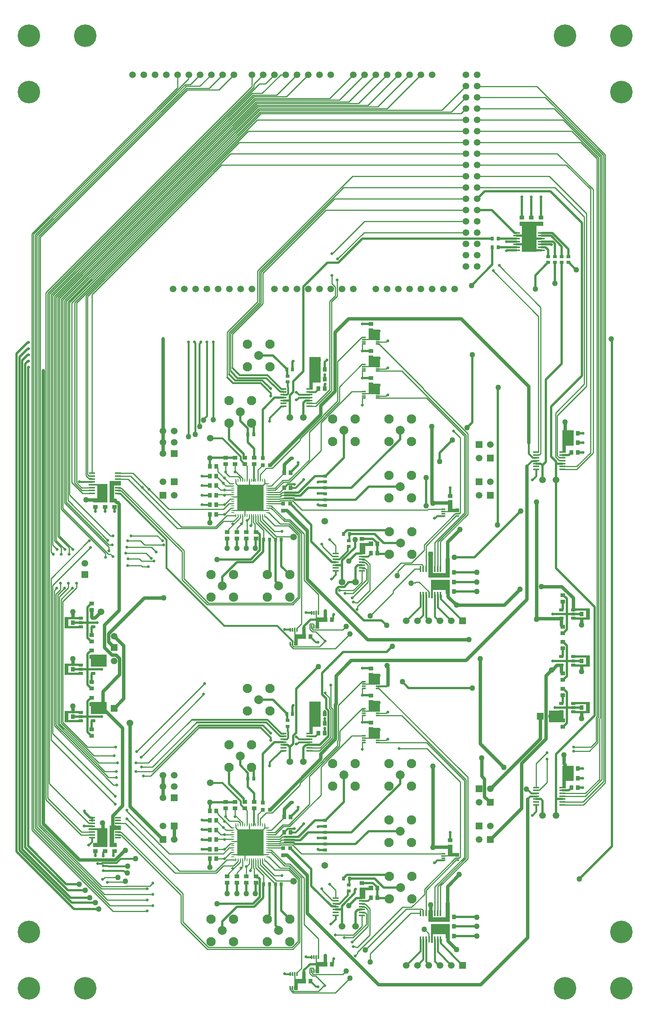
<source format=gtl>
G04*
G04 #@! TF.GenerationSoftware,Altium Limited,Altium Designer,23.1.1 (15)*
G04*
G04 Layer_Physical_Order=1*
G04 Layer_Color=255*
%FSLAX44Y44*%
%MOMM*%
G71*
G04*
G04 #@! TF.SameCoordinates,9BA81442-0EA8-4703-AF15-A62A9ABE79D7*
G04*
G04*
G04 #@! TF.FilePolarity,Positive*
G04*
G01*
G75*
%ADD11C,0.2540*%
%ADD16R,1.6000X0.3500*%
%ADD37R,1.0500X0.9500*%
%ADD38R,0.9500X0.8000*%
%ADD39R,0.8000X0.9500*%
%ADD40R,1.4750X0.4500*%
%ADD41O,0.2500X0.7500*%
%ADD42O,0.7500X0.2500*%
%ADD43R,0.9500X1.0500*%
%ADD44R,0.8500X0.3000*%
G04:AMPARAMS|DCode=45|XSize=0.6mm|YSize=1mm|CornerRadius=0.051mm|HoleSize=0mm|Usage=FLASHONLY|Rotation=270.000|XOffset=0mm|YOffset=0mm|HoleType=Round|Shape=RoundedRectangle|*
%AMROUNDEDRECTD45*
21,1,0.6000,0.8980,0,0,270.0*
21,1,0.4980,1.0000,0,0,270.0*
1,1,0.1020,-0.4490,-0.2490*
1,1,0.1020,-0.4490,0.2490*
1,1,0.1020,0.4490,0.2490*
1,1,0.1020,0.4490,-0.2490*
%
%ADD45ROUNDEDRECTD45*%
%ADD46R,0.4500X1.4750*%
%ADD47R,0.3000X0.8500*%
%ADD48R,5.9400X5.9400*%
%ADD49R,0.9000X0.9000*%
%ADD50R,0.9000X0.9000*%
%ADD51C,0.5080*%
%ADD52C,0.3810*%
%ADD53C,0.7620*%
%ADD54C,5.0800*%
%ADD55C,1.5000*%
%ADD56C,2.1000*%
%ADD57R,1.5000X1.5000*%
%ADD58C,2.0000*%
%ADD59R,1.5000X1.5000*%
%ADD60C,0.6350*%
%ADD61C,1.2700*%
G36*
X1197610Y1756410D02*
X1182370D01*
Y1697990D01*
X1149350D01*
Y1756410D01*
X1144270D01*
Y1765300D01*
X1197610D01*
Y1756410D01*
D02*
G37*
G36*
X829310Y1506220D02*
Y1498600D01*
X788670D01*
Y1501140D01*
X803910D01*
Y1522730D01*
X829310D01*
Y1506220D01*
D02*
G37*
G36*
Y1445260D02*
Y1437640D01*
X788670D01*
Y1440180D01*
X803910D01*
Y1461770D01*
X829310D01*
Y1445260D01*
D02*
G37*
G36*
X695960Y1403350D02*
X678180D01*
Y1386840D01*
X670560D01*
Y1460500D01*
X695960D01*
Y1403350D01*
D02*
G37*
G36*
X829310Y1384300D02*
Y1376680D01*
X788670D01*
Y1379220D01*
X803910D01*
Y1400810D01*
X829310D01*
Y1384300D01*
D02*
G37*
G36*
X1266190Y1261110D02*
X1248410D01*
Y1244600D01*
X1240790D01*
Y1295400D01*
X1266190D01*
Y1261110D01*
D02*
G37*
G36*
X245110Y1170940D02*
X229870D01*
Y1141730D01*
X236220D01*
Y1132840D01*
X219710D01*
Y1181100D01*
X245110D01*
Y1170940D01*
D02*
G37*
G36*
X214630Y1132840D02*
X182880D01*
Y1141730D01*
X191770D01*
Y1170940D01*
X172720D01*
Y1174750D01*
X214630D01*
Y1132840D01*
D02*
G37*
G36*
X993140Y1118870D02*
X1008380D01*
Y1111250D01*
X967740D01*
Y1113790D01*
X982980D01*
Y1137920D01*
X993140D01*
Y1118870D01*
D02*
G37*
G36*
X814070Y1035050D02*
X796290D01*
Y1016000D01*
X783590D01*
Y1041400D01*
X803910D01*
Y1045210D01*
X814070D01*
Y1035050D01*
D02*
G37*
G36*
X948690Y974090D02*
X977900D01*
Y1007110D01*
X986790D01*
Y963930D01*
X938530D01*
Y1022350D01*
X948690D01*
Y974090D01*
D02*
G37*
G36*
X986790Y927100D02*
X977900D01*
Y935990D01*
X948690D01*
Y916940D01*
X944880D01*
Y958850D01*
X986790D01*
Y927100D01*
D02*
G37*
G36*
X1303020Y868680D02*
X1261110D01*
Y873760D01*
X1294130D01*
Y889000D01*
X1261110D01*
Y894080D01*
X1303020D01*
Y868680D01*
D02*
G37*
G36*
X160020Y869950D02*
X127000D01*
Y854710D01*
X160020D01*
Y849630D01*
X118110D01*
Y875030D01*
X160020D01*
Y869950D01*
D02*
G37*
G36*
X687070Y873760D02*
X704850D01*
Y863600D01*
X692150D01*
Y848360D01*
X684530D01*
Y889000D01*
X687070D01*
Y873760D01*
D02*
G37*
G36*
X638810Y835660D02*
X656590D01*
Y825500D01*
X643890D01*
Y810260D01*
X636270D01*
Y850900D01*
X638810D01*
Y835660D01*
D02*
G37*
G36*
X1303020Y763270D02*
X1261110D01*
Y768350D01*
X1294130D01*
Y783590D01*
X1261110D01*
Y788670D01*
X1303020D01*
Y763270D01*
D02*
G37*
G36*
X213360D02*
X177800D01*
Y789940D01*
X213360D01*
Y763270D01*
D02*
G37*
G36*
X160020Y764540D02*
X127000D01*
Y749300D01*
X160020D01*
Y744220D01*
X118110D01*
Y769620D01*
X160020D01*
Y764540D01*
D02*
G37*
G36*
X829310Y730250D02*
Y722630D01*
X788670D01*
Y725170D01*
X803910D01*
Y746760D01*
X829310D01*
Y730250D01*
D02*
G37*
G36*
Y669290D02*
Y661670D01*
X788670D01*
Y664210D01*
X803910D01*
Y685800D01*
X829310D01*
Y669290D01*
D02*
G37*
G36*
X1303020Y657860D02*
X1261110D01*
Y662940D01*
X1294130D01*
Y678180D01*
X1261110D01*
Y683260D01*
X1303020D01*
Y657860D01*
D02*
G37*
G36*
X213360Y656590D02*
X177800D01*
Y683260D01*
X213360D01*
Y656590D01*
D02*
G37*
G36*
X1243330Y637540D02*
X1210310D01*
Y664210D01*
X1243330D01*
Y637540D01*
D02*
G37*
G36*
X160020Y657860D02*
X127000D01*
Y642620D01*
X160020D01*
Y637540D01*
X118110D01*
Y662940D01*
X160020D01*
Y657860D01*
D02*
G37*
G36*
X695960Y627380D02*
X678180D01*
Y610870D01*
X670560D01*
Y684530D01*
X695960D01*
Y627380D01*
D02*
G37*
G36*
X829310Y608330D02*
Y600710D01*
X788670D01*
Y603250D01*
X803910D01*
Y624840D01*
X829310D01*
Y608330D01*
D02*
G37*
G36*
X1266190Y505460D02*
X1248410D01*
Y488950D01*
X1240790D01*
Y539750D01*
X1266190D01*
Y505460D01*
D02*
G37*
G36*
X245110Y394970D02*
X229870D01*
Y365760D01*
X236220D01*
Y356870D01*
X219710D01*
Y405130D01*
X245110D01*
Y394970D01*
D02*
G37*
G36*
X214630Y356870D02*
X182880D01*
Y365760D01*
X191770D01*
Y394970D01*
X172720D01*
Y398780D01*
X214630D01*
Y356870D01*
D02*
G37*
G36*
X993140Y342900D02*
X1008380D01*
Y335280D01*
X967740D01*
Y337820D01*
X982980D01*
Y361950D01*
X993140D01*
Y342900D01*
D02*
G37*
G36*
X814070Y259080D02*
X796290D01*
Y240030D01*
X783590D01*
Y265430D01*
X803910D01*
Y269240D01*
X814070D01*
Y259080D01*
D02*
G37*
G36*
X986790Y187960D02*
X938530D01*
Y213360D01*
X948690D01*
Y198120D01*
X977900D01*
Y231140D01*
X986790D01*
Y187960D01*
D02*
G37*
G36*
Y151130D02*
X977900D01*
Y160020D01*
X948690D01*
Y140970D01*
X944880D01*
Y182880D01*
X986790D01*
Y151130D01*
D02*
G37*
G36*
X687070Y97790D02*
X704850D01*
Y87630D01*
X692150D01*
Y72390D01*
X684530D01*
Y113030D01*
X687070D01*
Y97790D01*
D02*
G37*
G36*
X638810Y59690D02*
X656590D01*
Y49530D01*
X643890D01*
Y34290D01*
X636270D01*
Y74930D01*
X638810D01*
Y59690D01*
D02*
G37*
D11*
X327660Y1057910D02*
X339090Y1046480D01*
X267970Y1057910D02*
X327660D01*
X935216Y578624D02*
X1010920Y502920D01*
X872964Y578624D02*
X935216D01*
X934600Y591940D02*
X1019810Y506730D01*
X1023620Y331590D02*
Y508308D01*
X824740Y652900D02*
X879028D01*
X1019810Y333168D02*
Y506730D01*
X879028Y652900D02*
X1023620Y508308D01*
X824740Y591940D02*
X934600D01*
X868680Y967740D02*
X870624Y969684D01*
Y977782D01*
X885907Y993065D01*
X858944Y928485D02*
Y933874D01*
X807723Y877265D02*
X858944Y928485D01*
X1225550Y1334770D02*
X1290320Y1399540D01*
Y1776730D01*
X1225550Y1235513D02*
Y1334770D01*
X1266190Y581660D02*
X1305252D01*
X1266190Y572770D02*
X1301750D01*
X1320800Y591820D01*
X1316990Y593398D02*
Y648917D01*
X1305252Y581660D02*
X1316990Y593398D01*
X1320800Y591820D02*
Y647339D01*
X1334070Y992571D02*
X1334070Y992571D01*
X1322640Y1770824D02*
X1322640Y1770824D01*
X1262417Y1969770D02*
X1322640Y1909547D01*
X1337880Y500950D02*
Y1136300D01*
X1324610Y645761D02*
X1326450Y647601D01*
X1242405Y1995170D02*
X1326450Y1911126D01*
X1326450Y902979D02*
X1326450Y902979D01*
X1326450Y1771120D02*
X1326450D01*
X1334070Y504760D02*
Y992571D01*
X1293010Y477670D02*
X1324610Y509270D01*
X1318830Y1770146D02*
Y1907969D01*
X1337880Y1136300D02*
Y1915860D01*
X1324610Y509270D02*
Y645761D01*
X1322640Y1770824D02*
Y1909547D01*
X1330260Y508570D02*
Y904557D01*
X1316990Y648917D02*
X1318830Y650758D01*
X1337880Y1136300D02*
X1337880Y1136300D01*
X1318830Y899823D02*
Y1770146D01*
X1282429Y1944370D02*
X1318830Y1907969D01*
X1292860Y471170D02*
X1330260Y508570D01*
X1322640Y901401D02*
X1322640Y901401D01*
X1318830Y1770146D02*
X1318830Y1770146D01*
X1322640Y901401D02*
Y1770824D01*
X1318830Y899823D02*
X1318830Y899823D01*
X1330260Y904557D02*
X1330260Y904557D01*
X1320800Y647339D02*
X1322640Y649179D01*
X1288600Y451670D02*
X1337880Y500950D01*
X1326450Y1771120D02*
Y1911126D01*
X1326450Y902979D02*
Y1771120D01*
X1287480Y458170D02*
X1334070Y504760D01*
X1334070Y992571D02*
Y1914282D01*
X1326450Y647601D02*
Y902979D01*
X1318830Y650758D02*
Y899823D01*
X1322640Y649179D02*
Y901401D01*
X1330260Y904557D02*
Y1770725D01*
X1330260D02*
Y1912704D01*
Y1770725D02*
X1330260D01*
X1304290Y1244600D02*
Y1838960D01*
X1240960Y1207320D02*
X1273360D01*
X1310640Y1244600D02*
Y1837998D01*
X1273510Y1213820D02*
X1304290Y1244600D01*
X1273360Y1207320D02*
X1310640Y1244600D01*
X1229668Y1918970D02*
X1310640Y1837998D01*
X1240960Y1213820D02*
X1273510D01*
X1249680Y1893570D02*
X1304290Y1838960D01*
X1183640Y2070100D02*
X1337880Y1915860D01*
X1202382Y2045970D02*
X1334070Y1914282D01*
X1182200Y484170D02*
X1183180Y485150D01*
X1189897D02*
X1206500Y501753D01*
Y554990D01*
X1183180Y485150D02*
X1189897D01*
X632422Y1137340D02*
X632422D01*
X938282Y1117480D02*
X972310D01*
X937132Y1116330D02*
X938282Y1117480D01*
X653432Y1116330D02*
X937132D01*
X632422Y1137340D02*
X653432Y1116330D01*
X827720Y1489600D02*
X927575Y1389745D01*
Y1387763D02*
X1027430Y1287908D01*
X927575Y1387763D02*
Y1389745D01*
X824740Y1489830D02*
X824970Y1489600D01*
X827720D01*
X1027430Y1105982D02*
Y1287908D01*
X879028Y1428870D02*
X1023620Y1284278D01*
X824740Y1367910D02*
X934600D01*
X1019810Y1282700D01*
Y1109138D02*
Y1282700D01*
X1023620Y1107560D02*
Y1284278D01*
X824740Y1428870D02*
X879028D01*
X1085215Y1654175D02*
X1187088Y1552302D01*
Y1247300D02*
Y1552302D01*
X721360Y1625829D02*
X728860Y1618329D01*
X721360Y1625829D02*
Y1644650D01*
X720311Y1691861D02*
X795020Y1766570D01*
X1023620D01*
X728860Y1598810D02*
Y1618329D01*
X793750Y1741170D02*
X1023620D01*
X735552Y1682972D02*
X793750Y1741170D01*
X732790Y1597352D02*
Y1634490D01*
X1098550Y1666240D02*
Y1667510D01*
Y1666240D02*
X1192115Y1572675D01*
X1224280Y1842770D02*
X1290320Y1776730D01*
X1229360Y1328420D02*
X1295400Y1394460D01*
Y1784350D01*
X1211580Y1868170D02*
X1295400Y1784350D01*
X1182200Y1239820D02*
X1183180Y1240800D01*
X1189897D01*
X1192115Y1243018D01*
X1182200Y1246320D02*
X1186108D01*
X1187088Y1247300D01*
X1192115Y1572675D02*
X1192115Y1243018D01*
X1049020Y1842770D02*
X1224280D01*
X1049020Y1868170D02*
X1211580D01*
X1229360Y1238203D02*
Y1328420D01*
X1239980Y1234300D02*
X1240960Y1233320D01*
X1239980Y1227800D02*
X1240960Y1226820D01*
X1229360Y1238203D02*
X1233263Y1234300D01*
X1225550Y1235513D02*
X1233263Y1227800D01*
X1239980D01*
X1233263Y1234300D02*
X1239980D01*
X1240960Y477670D02*
X1293010D01*
X1240960Y471170D02*
X1292860D01*
X1240960Y458170D02*
X1287480D01*
X1240960Y451670D02*
X1288600D01*
X766299Y1382910D02*
X793240D01*
X737870Y1359869D02*
Y1392972D01*
X709590Y1326202D02*
X766299Y1382910D01*
X709590Y1325344D02*
Y1326202D01*
X696589Y1312343D02*
X709590Y1325344D01*
X737870Y1392972D02*
X788538Y1443640D01*
X705780Y1327779D02*
X737870Y1359869D01*
X734060Y1361448D02*
Y1450122D01*
X788538Y1504600D01*
X701970Y1329358D02*
X734060Y1361448D01*
X720090Y1584652D02*
X732790Y1597352D01*
X720090Y1385110D02*
Y1584652D01*
X684540Y1349560D02*
X720090Y1385110D01*
X716280Y1386688D02*
Y1586230D01*
X670730Y1356060D02*
X685652D01*
X716280Y1386688D01*
Y1586230D02*
X728860Y1598810D01*
X464120Y1202733D02*
X479158Y1187695D01*
X491353Y1175500D01*
X1049020Y1893570D02*
X1249680D01*
X1049020Y1918970D02*
X1229668D01*
X1049020Y1944370D02*
X1282429D01*
X1049020Y1969770D02*
X1262417D01*
X1049020Y1995170D02*
X1242405D01*
X1049020Y2020570D02*
X1222394D01*
X1049020Y2045970D02*
X1202382D01*
X1049020Y2071370D02*
X1050290Y2070100D01*
X1183640D01*
X1222394Y2020570D02*
X1330260Y1912704D01*
X565150Y1649730D02*
X707390Y1791970D01*
X565150Y1580494D02*
Y1649730D01*
X496570Y1511914D02*
X565150Y1580494D01*
X561340Y1582072D02*
Y1651308D01*
X727402Y1817370D02*
X1023620D01*
X557530Y1583650D02*
Y1652886D01*
X561340Y1651308D02*
X727402Y1817370D01*
X553720Y1654465D02*
X767426Y1868170D01*
X747414Y1842770D02*
X1023620D01*
X707390Y1791970D02*
X1023620D01*
X767426Y1868170D02*
X1023620D01*
X553720Y1585228D02*
Y1654465D01*
X557530Y1652886D02*
X747414Y1842770D01*
X496570Y1437005D02*
Y1511914D01*
X488950Y1515070D02*
X557530Y1583650D01*
X492760Y1513492D02*
X561340Y1582072D01*
X485140Y1516648D02*
X553720Y1585228D01*
X492760Y1429385D02*
Y1513492D01*
X485140Y1414780D02*
Y1516648D01*
X488950Y1422812D02*
Y1515070D01*
X170180Y1596698D02*
X492452Y1918970D01*
X1023620D01*
X166370Y1598276D02*
X512464Y1944370D01*
X1023620D01*
X145415Y1582710D02*
X532476Y1969770D01*
X1023620D01*
X552487Y1995170D02*
X1023620D01*
X140970Y1583653D02*
X552487Y1995170D01*
X1012190Y2009140D02*
X1023620Y2020570D01*
X134620Y1582691D02*
X561069Y2009140D01*
X1012190D01*
X129540Y1582999D02*
X559491Y2012950D01*
X990600D02*
X1023620Y2045970D01*
X559491Y2012950D02*
X990600D01*
X125730Y1584577D02*
X557913Y2016760D01*
X969010D02*
X1023620Y2071370D01*
X557913Y2016760D02*
X969010D01*
X118110Y1587733D02*
X554757Y2024380D01*
X110490Y1590890D02*
X551600Y2032000D01*
X121920Y1586155D02*
X556335Y2020570D01*
X99060Y1595624D02*
X546866Y2043430D01*
X95250Y1597202D02*
X545288Y2047240D01*
X564109Y2054860D02*
X605910Y2096661D01*
X716280Y2043430D02*
X769620Y2096770D01*
X114300Y1589312D02*
X553178Y2028190D01*
X102870Y1594046D02*
X548444Y2039620D01*
X550022Y2035810D02*
X759460D01*
X551600Y2032000D02*
X781050D01*
X548444Y2039620D02*
X737870D01*
X618490Y2047240D02*
X668020Y2096770D01*
X781050Y2032000D02*
X845820Y2096770D01*
X91440Y1598780D02*
X543710Y2051050D01*
X596900D02*
X642620Y2096770D01*
X802640Y2028190D02*
X871220Y2096770D01*
X553178Y2028190D02*
X802640D01*
X543710Y2051050D02*
X596900D01*
X545288Y2047240D02*
X618490D01*
X106680Y1592468D02*
X550022Y2035810D01*
X845820Y2020570D02*
X922020Y2096770D01*
X759460Y2035810D02*
X820420Y2096770D01*
X556335Y2020570D02*
X845820D01*
X737870Y2039620D02*
X795020Y2096770D01*
X542131Y2054860D02*
X564109D01*
X87630Y1600358D02*
X542131Y2054860D01*
X554757Y2024380D02*
X824230D01*
X896620Y2096770D01*
X546866Y2043430D02*
X716280D01*
X83820Y1435807D02*
Y1601937D01*
X145415Y1177463D02*
Y1582710D01*
X83820Y1601937D02*
X558056Y2076172D01*
X118110Y1132070D02*
Y1587733D01*
X134620Y1177482D02*
Y1582691D01*
X102870Y1125757D02*
Y1594046D01*
X129540Y1150158D02*
Y1582999D01*
X170180Y1195543D02*
Y1596698D01*
X121920Y1133648D02*
Y1586155D01*
X140970Y1176520D02*
Y1583653D01*
X76200Y1596390D02*
Y1605093D01*
X80010Y1434229D02*
Y1603515D01*
X125730Y1137920D02*
Y1584577D01*
X87630Y1437385D02*
Y1600358D01*
X114300Y1130491D02*
Y1589312D01*
X95250Y1440541D02*
Y1597202D01*
X180170Y1198770D02*
Y1601300D01*
X110490Y1128913D02*
Y1590890D01*
X472440Y1893570D02*
X1023620D01*
X558056Y2076172D02*
X571222D01*
X106680Y1127335D02*
Y1592468D01*
X166370Y1192853D02*
Y1598276D01*
X99060Y1442119D02*
Y1595624D01*
X544830Y2068335D02*
Y2075180D01*
X76200Y1605093D02*
X541020Y2069913D01*
X180170Y1601300D02*
X472440Y1893570D01*
X91440Y1438963D02*
Y1598780D01*
X80010Y1603515D02*
X544830Y2068335D01*
X541020Y2069913D02*
Y2096770D01*
X166370Y1192853D02*
X172473Y1186750D01*
X544830Y2075180D02*
X566420Y2096770D01*
X157720Y1159770D02*
X180170D01*
X140970Y1176520D02*
X141605Y1175885D01*
Y1175885D02*
Y1175885D01*
X155030Y1162460D02*
X155030D01*
X157720Y1159770D01*
X141605Y1175885D02*
X155030Y1162460D01*
X179190Y410780D02*
X180170Y409800D01*
X80010Y466898D02*
Y1434228D01*
X172473Y410780D02*
X179190D01*
X83820Y499433D02*
X172473Y410780D01*
X80010Y466898D02*
X156608Y390300D01*
X180170D01*
X83820Y1435807D02*
X83820Y1435807D01*
X102870Y1056332D02*
X128270Y1030932D01*
X87630Y1021080D02*
Y1437385D01*
X80010Y1434229D02*
X80010Y1434228D01*
X91440Y1037590D02*
Y1438963D01*
X83820Y499433D02*
Y1435807D01*
X99060Y1442119D02*
X99060Y1442119D01*
X87630Y1437385D02*
X87630Y1437385D01*
X95250Y1046172D02*
Y1440541D01*
X99060Y1047750D02*
Y1442119D01*
X95250Y1440541D02*
X95250Y1440541D01*
X128270Y1016000D02*
Y1030932D01*
X91440Y1438963D02*
X91440Y1438963D01*
X102870Y1056332D02*
Y1125757D01*
X106680Y1057910D02*
Y1127335D01*
X95250Y1046172D02*
X110490Y1030932D01*
X102870Y1125757D02*
X102870Y1125757D01*
X110490Y1016000D02*
Y1030932D01*
X106680Y1127335D02*
X106680Y1127335D01*
X1023620Y1893570D02*
X1023620Y1893570D01*
X48260Y1737052D02*
X368454Y2057246D01*
X59690Y1732317D02*
X393663Y2066290D01*
X48260Y397510D02*
X220980Y224790D01*
X48260Y1737052D02*
X48260Y397510D01*
X55880Y1733895D02*
X55880Y402590D01*
X44450Y1738630D02*
X44450Y394970D01*
X59690Y1732317D02*
X59690Y404732D01*
X201532Y262890D01*
X52070Y400050D02*
X214630Y237490D01*
X44450Y394970D02*
X227330Y212090D01*
X52070Y1735473D02*
X52070Y400050D01*
X44450Y1738630D02*
X365760Y2059940D01*
X55880Y402590D02*
X208280Y250190D01*
X52070Y1735473D02*
X371148Y2054552D01*
X55880Y1733895D02*
X373842Y2051858D01*
X393663Y2066290D02*
X444500D01*
X63500Y406310D02*
Y1730739D01*
Y406310D02*
X201840Y267970D01*
X63500Y1730739D02*
X395241Y2062480D01*
X488950Y1422812D02*
X489585Y1422177D01*
X492760Y1429385D02*
X493395Y1428750D01*
X496570Y1437005D02*
X497205Y1436370D01*
X172473Y1186750D02*
X179190D01*
X180170Y1185770D01*
X571222Y2076172D02*
X591820Y2096770D01*
X605910Y2096661D02*
X617111D01*
X617220Y2096770D01*
X155950Y383800D02*
X180170D01*
X76200Y463550D02*
X155950Y383800D01*
X76200Y1596390D02*
X76200Y463550D01*
X368454Y2057246D02*
X398156Y2086948D01*
Y2096146D02*
X398780Y2096770D01*
X398156Y2086948D02*
Y2096146D01*
X466090Y2062480D02*
X500380Y2096770D01*
X395241Y2062480D02*
X466090D01*
X444500Y2066290D02*
X474980Y2096770D01*
X391065Y2074469D02*
X401879D01*
X424180Y2096770D01*
X423469Y2070659D02*
X449580Y2096770D01*
X371148Y2054552D02*
X391065Y2074469D01*
X373842Y2051858D02*
X392643Y2070659D01*
X423469D01*
X373380Y2067560D02*
Y2096770D01*
X365760Y2059940D02*
X373380Y2067560D01*
X304800Y212090D02*
X304922Y212212D01*
X227330Y212090D02*
X304800D01*
X220980Y224790D02*
X317500D01*
X217978Y1037590D02*
X226060D01*
X121920Y1133648D02*
X217978Y1037590D01*
X110490Y1118100D02*
X210820Y1017770D01*
X110490Y1118100D02*
Y1128913D01*
X110490Y1128913D02*
X110490Y1128913D01*
X134620Y1177482D02*
X158831Y1153270D01*
X156608Y1166270D02*
X180170D01*
X145415Y1177463D02*
X156608Y1166270D01*
X114300Y1119678D02*
Y1130491D01*
X114300Y1130491D02*
X114300Y1130491D01*
X118110Y1132070D02*
X216400Y1033780D01*
X158831Y1153270D02*
X180170D01*
X172473Y1193250D02*
X179190D01*
X180170Y1192270D01*
X170180Y1195543D02*
X172473Y1193250D01*
X460640Y416060D02*
X482170Y394530D01*
X464120Y430660D02*
X495250Y399530D01*
X216400Y1033780D02*
X218440Y1031740D01*
X216400Y1033780D02*
X216400D01*
X210820Y1009650D02*
Y1017770D01*
X502920Y1203960D02*
X519710Y1187170D01*
X502920Y1203960D02*
Y1219570D01*
X431071Y700311D02*
X431800Y701040D01*
X290830Y558800D02*
X431071Y699041D01*
Y700311D01*
X738389Y934720D02*
X769849D01*
X778932Y898663D02*
X877144Y996875D01*
X778203Y891714D02*
X778932Y892443D01*
Y898663D01*
X706120Y702311D02*
X715010Y693421D01*
Y669532D02*
Y693421D01*
X706120Y702311D02*
Y703580D01*
X670730Y580090D02*
X694632D01*
X670730Y573590D02*
X693520D01*
X715010Y669532D02*
X719020Y665522D01*
Y604478D02*
Y665522D01*
X694632Y580090D02*
X719020Y604478D01*
X693520Y573590D02*
X722830Y602900D01*
X739340Y596061D02*
Y618472D01*
X718820Y671110D02*
X722830Y667101D01*
X718820Y671110D02*
Y721360D01*
X737870Y583899D02*
Y594591D01*
X722830Y602900D02*
Y667101D01*
X739340Y618472D02*
X788538Y667670D01*
X734060Y585478D02*
Y596169D01*
X737870Y594591D02*
X739340Y596061D01*
X735530Y675622D02*
X788538Y728630D01*
X734060Y596169D02*
X735530Y597639D01*
Y675622D01*
X793010Y667670D02*
X793240Y667900D01*
X788538Y667670D02*
X793010D01*
X201532Y262890D02*
X304800D01*
X201840Y267970D02*
X256540D01*
X91440Y612140D02*
Y946150D01*
Y612140D02*
X232410Y471170D01*
X87630Y598170D02*
X232410Y453390D01*
X87630Y598170D02*
Y961390D01*
X170956Y1044716D01*
X91440Y946150D02*
X176530Y1031240D01*
X482059Y1199421D02*
X490220Y1191260D01*
X481569Y1200150D02*
X482059Y1199660D01*
Y1199421D02*
Y1199660D01*
X481330Y1200150D02*
Y1219570D01*
Y1200150D02*
X481569D01*
X491353Y1175500D02*
X497710D01*
X460640Y1214120D02*
X464120Y1210640D01*
Y1202733D02*
Y1210640D01*
X490220Y1191260D02*
X510232D01*
X539690Y1081980D02*
Y1103480D01*
X539710Y1103500D01*
X538480Y1080770D02*
X539690Y1081980D01*
X549710Y1088132D02*
X567540Y1070301D01*
X547370Y1068470D02*
Y1084452D01*
X544710Y1087112D02*
X547370Y1084452D01*
Y1068470D02*
X549410Y1066430D01*
X549710Y1088132D02*
Y1103500D01*
X567540Y1049020D02*
Y1070301D01*
X544710Y1087112D02*
Y1103500D01*
X554730Y1088500D02*
X590730Y1052500D01*
X594210Y1049020D02*
Y1049770D01*
X591480Y1052500D02*
X594210Y1049770D01*
X590730Y1052500D02*
X591480D01*
X554730Y1088500D02*
Y1103480D01*
X114300Y1119678D02*
X217527Y1016451D01*
X221799D01*
X208280Y250190D02*
X317500D01*
X214630Y237490D02*
X304800D01*
X256540Y267970D02*
X257175Y268605D01*
X254000Y278130D02*
X255270Y279400D01*
X215900Y278130D02*
X254000D01*
X214630Y276860D02*
X215900Y278130D01*
X257175Y268605D02*
X310515D01*
X317500Y275590D01*
X516659Y308379D02*
Y309245D01*
X506730Y298450D02*
X516659Y308379D01*
X546100Y293770D02*
X549410Y290460D01*
X546100Y293770D02*
Y307926D01*
X544710Y309316D02*
X546100Y307926D01*
X537210Y303530D02*
Y306279D01*
X544710Y309316D02*
Y327530D01*
X539710Y308779D02*
Y327530D01*
X537210Y306279D02*
X539710Y308779D01*
X549710Y309705D02*
X567540Y291875D01*
Y273050D02*
Y291875D01*
X549710Y309705D02*
Y327530D01*
X554730Y312530D02*
Y327510D01*
X594210Y273050D02*
Y273800D01*
X590730Y276530D02*
X591480D01*
X594210Y273800D01*
X554730Y312530D02*
X590730Y276530D01*
X528320Y290460D02*
Y312420D01*
X534710Y318810D02*
Y327530D01*
X528320Y312420D02*
X534710Y318810D01*
X203928Y283806D02*
X204838D01*
X209322Y288290D02*
X238760D01*
X204838Y283806D02*
X209322Y288290D01*
X238930Y383800D02*
X239910Y382820D01*
X381000Y185420D02*
Y248447D01*
X246627Y389320D02*
X384810Y251137D01*
Y187960D02*
Y251137D01*
X246627Y382820D02*
X381000Y248447D01*
X238930Y390300D02*
X239910Y389320D01*
X246627D01*
X239910Y382820D02*
X246627D01*
X255680Y409800D02*
X367030Y298450D01*
X460511D01*
X238930Y409800D02*
X255680D01*
X259080Y420370D02*
X377190Y302260D01*
X458932D01*
X331808Y363340D02*
X332620D01*
X354330Y341630D02*
X476712D01*
X259080Y439420D02*
X259809Y438691D01*
Y436151D02*
Y438691D01*
X330320Y364828D02*
X331808Y363340D01*
X330320Y364828D02*
Y365640D01*
X332620Y363340D02*
X354330Y341630D01*
X259809Y436151D02*
X330320Y365640D01*
X461790Y374530D02*
X497710D01*
X502920Y427990D02*
X519710Y411200D01*
X461790Y1150500D02*
X497710D01*
X481330Y424180D02*
X481569D01*
X481330D02*
Y443600D01*
X488839Y297069D02*
X509270Y317500D01*
X488839Y1073039D02*
X509270Y1093470D01*
X267357Y1192270D02*
X381397Y1078230D01*
X233805Y1198770D02*
X272625D01*
X524710Y327530D02*
Y354530D01*
X497710Y369530D02*
X534710D01*
Y406530D01*
X524710Y1103500D02*
Y1130500D01*
X497710Y1145500D02*
X534710D01*
Y1182500D01*
X460640Y394470D02*
X470535Y384575D01*
X478555D02*
X478790Y384810D01*
X470535Y384575D02*
X478555D01*
X497690Y384550D02*
X497710Y384530D01*
X479050Y384550D02*
X497690D01*
X478790Y384810D02*
X479050Y384550D01*
X460640Y1170440D02*
X470535Y1160545D01*
X478555D01*
X478790Y1160780D01*
X497690Y1160520D02*
X497710Y1160500D01*
X479050Y1160520D02*
X497690D01*
X478790Y1160780D02*
X479050Y1160520D01*
X481770Y1170500D02*
X497710D01*
X460640Y1192030D02*
X476250Y1176420D01*
X460640Y1192030D02*
Y1192530D01*
X476250Y1176020D02*
X481770Y1170500D01*
X476250Y1176020D02*
Y1176420D01*
X529590Y1067700D02*
Y1092200D01*
X534710Y1097320D02*
Y1103500D01*
X529590Y1092200D02*
X534710Y1097320D01*
X528320Y1066430D02*
X529590Y1067700D01*
X87630Y1021080D02*
X92710Y1016000D01*
X99060Y1047750D02*
X119380Y1027430D01*
X106680Y1057910D02*
X137160Y1027430D01*
X91440Y1037590D02*
X101600Y1027430D01*
X114300Y909320D02*
X145625Y940645D01*
X114300Y637758D02*
Y909320D01*
X145625Y940645D02*
Y950506D01*
X135582Y939800D02*
X135890D01*
X110490Y914708D02*
X135582Y939800D01*
X106680Y920288D02*
X127000Y940608D01*
Y951230D01*
X102870Y924560D02*
X118110Y939800D01*
X106680Y634602D02*
Y920288D01*
X102870Y633023D02*
Y924560D01*
X99060Y926584D02*
X109220Y936744D01*
Y951230D01*
X99060Y631446D02*
Y926584D01*
X95250Y934720D02*
X100330Y939800D01*
X95250Y629867D02*
Y934720D01*
X110490Y636180D02*
Y914708D01*
X95250Y629867D02*
X228547Y496570D01*
X99060Y631446D02*
X217425Y513080D01*
X234950D01*
X228547Y496570D02*
X236220D01*
X102870Y633023D02*
X208843Y527050D01*
X234950D01*
X106680Y634602D02*
X195182Y546100D01*
X237490D01*
X110490Y636180D02*
X184060Y562610D01*
X229870D01*
X114300Y637758D02*
X170398Y581660D01*
X233680D01*
X171195Y1044716D02*
X172959Y1046480D01*
X173990D01*
X170956Y1044716D02*
X171195D01*
X295910Y516890D02*
X312420D01*
X421640Y626110D01*
X279400Y527050D02*
X316230D01*
X420370Y631190D01*
X292100Y537210D02*
X316236D01*
X416566Y637540D01*
X279400Y546100D02*
X307340D01*
X405130Y643890D01*
X280670Y571500D02*
X434340Y725170D01*
X125730Y1137920D02*
X215900Y1047750D01*
X129540Y1150158D02*
X221788Y1057910D01*
X218440Y1023620D02*
Y1031740D01*
X221788Y1057910D02*
X227330D01*
X221799Y1016451D02*
X227330Y1010920D01*
X260350Y990600D02*
X290830D01*
X293370Y988060D01*
X261620Y1005840D02*
X287020D01*
X292100Y1000760D01*
X302260Y1018540D02*
X313812Y1006988D01*
X256540Y1018540D02*
X302260D01*
X259080Y1032510D02*
X313690D01*
X325370Y1020830D01*
X289513Y1046480D02*
X299038Y1036955D01*
X260350Y1046480D02*
X289513D01*
X299038Y1036955D02*
X341630D01*
X1182200Y544660D02*
X1206500Y568960D01*
X1182200Y490670D02*
Y544660D01*
X670730Y1349560D02*
X684540D01*
X381397Y1078230D02*
X458932D01*
X238930Y1192270D02*
X267357D01*
X261406Y1185770D02*
X372756Y1074420D01*
X238930Y1185770D02*
X261406D01*
X372756Y1074420D02*
X460511D01*
X272625Y1198770D02*
X308924Y1162471D01*
Y1162194D02*
Y1162471D01*
Y1162194D02*
X353518Y1117600D01*
X476712D01*
X246627Y1165290D02*
X387350Y1024567D01*
X383540Y958850D02*
Y1021877D01*
X238930Y1166270D02*
X239910Y1165290D01*
X387350Y961390D02*
Y1024567D01*
X239910Y1165290D02*
X246627D01*
X246627Y1158790D02*
X383540Y1021877D01*
X939380Y149400D02*
Y161710D01*
X929640Y171450D02*
X939380Y161710D01*
Y149400D02*
X940360Y148420D01*
X899112Y207180D02*
X920860D01*
X774850Y130810D02*
X778510D01*
X807720Y115788D02*
X899112Y207180D01*
X807720Y97790D02*
Y115788D01*
X778510Y116336D02*
Y119380D01*
X773714Y111539D02*
X778510Y116336D01*
X773714Y111255D02*
Y111539D01*
X773825Y131836D02*
X774850Y130810D01*
X769864Y131836D02*
X773825D01*
X769135Y132565D02*
X769864Y131836D01*
X778510Y119380D02*
X880035Y220905D01*
X953360Y207180D02*
Y266718D01*
X1019810Y333168D01*
X933860Y207180D02*
Y259310D01*
X1001060Y326510D01*
X767080Y142240D02*
X802565Y177725D01*
X778510Y130810D02*
X806375Y158675D01*
X728980Y158750D02*
X769849D01*
X769864Y907806D02*
X773825D01*
X769135Y908535D02*
X769864Y907806D01*
X773825D02*
X774850Y906780D01*
X751205Y928370D02*
X768887D01*
X909301Y952017D02*
X911054Y953770D01*
X901179Y952017D02*
X909301D01*
X899776Y950614D02*
X901179Y952017D01*
X774850Y906780D02*
X778510D01*
X877144Y996875D02*
X901016D01*
X778510Y906780D02*
X806375Y934645D01*
Y993902D01*
X908220Y983150D02*
X920860D01*
X858944Y933874D02*
X908220Y983150D01*
X929640Y1025499D02*
Y1037652D01*
X901016Y996875D02*
X929640Y1025499D01*
X933450Y1034870D02*
X1001060Y1102480D01*
X929640Y1037652D02*
X999238Y1107250D01*
X933450Y1004718D02*
Y1034870D01*
X953360Y1042688D02*
X1019810Y1109138D01*
X953360Y983150D02*
Y1042688D01*
X933450Y1004718D02*
X933860Y1004308D01*
Y983150D02*
Y1004308D01*
X885907Y993065D02*
X924162D01*
X911054Y953770D02*
X917697D01*
X767080Y918210D02*
X802565Y953695D01*
X633640Y803910D02*
X728980D01*
X635218Y807720D02*
X693420D01*
X728980Y803910D02*
X762000Y836930D01*
X693420Y807720D02*
X706120Y820420D01*
X671720Y71270D02*
Y82262D01*
X673208Y83750D02*
X678312D01*
X671720Y82262D02*
X673208Y83750D01*
Y859720D02*
X678312D01*
X671720Y847240D02*
Y858232D01*
X673208Y859720D01*
X439760Y902630D02*
X633089D01*
X442300Y906440D02*
X631512D01*
X387350Y961390D02*
X442300Y906440D01*
X383540Y958850D02*
X439760Y902630D01*
X238930Y1159770D02*
X239910Y1158790D01*
X246627D01*
X684530Y842010D02*
X706120Y820420D01*
X671720Y847240D02*
X676950Y842010D01*
X678312Y859720D02*
X680530Y857502D01*
X676950Y842010D02*
X684530D01*
X678528Y845820D02*
X745490D01*
X753110Y853440D01*
X675990Y848358D02*
X678528Y845820D01*
X999238Y1107250D02*
X1003580D01*
X1003810Y1107480D01*
X702055Y42686D02*
X704121Y44752D01*
X690880Y31750D02*
X701816Y42686D01*
X635218Y31750D02*
X690880D01*
X704121Y44752D02*
Y46449D01*
X701816Y42686D02*
X702055D01*
X671720Y71270D02*
X676950Y66040D01*
X678312Y83750D02*
X680530Y81532D01*
X676950Y66040D02*
X684530D01*
X704121Y46449D01*
X880035Y220905D02*
X901016D01*
X930050Y249939D01*
Y262092D01*
X999238Y331280D01*
X1003580D01*
X1003810Y331510D01*
X888925Y217095D02*
X924162D01*
X796290Y124460D02*
X888925Y217095D01*
X680530Y77190D02*
Y81532D01*
Y77190D02*
X680760Y76960D01*
X632730Y34238D02*
Y38630D01*
Y34238D02*
X635218Y31750D01*
X627730Y33850D02*
X633640Y27940D01*
X632500Y38860D02*
X632730Y38630D01*
X728980Y27940D02*
X762000Y60960D01*
X627730Y33850D02*
Y38630D01*
X633640Y27940D02*
X728980D01*
X680530Y853160D02*
Y857502D01*
Y853160D02*
X680760Y852930D01*
X632730Y810208D02*
Y814600D01*
X632500Y814830D02*
X632730Y814600D01*
Y810208D02*
X635218Y807720D01*
X627730Y809820D02*
X633640Y803910D01*
X627730Y809820D02*
Y814600D01*
X381000Y185420D02*
X439760Y126660D01*
X384810Y187960D02*
X442300Y130470D01*
X631512D01*
X293370Y988060D02*
X307340D01*
X292100Y1000760D02*
X320040D01*
X613780Y423680D02*
Y424180D01*
Y389390D02*
Y389890D01*
X524510Y443600D02*
X525010D01*
X789820Y227770D02*
X796537D01*
X788840Y228750D02*
X789820Y227770D01*
X806375Y158675D02*
Y217932D01*
X796537Y227770D02*
X806375Y217932D01*
X789820Y221270D02*
X796537D01*
X788840Y222250D02*
X789820Y221270D01*
X802565Y177725D02*
Y215242D01*
X796537Y221270D02*
X802565Y215242D01*
X789820Y208270D02*
X796537D01*
X788840Y209250D02*
X789820Y208270D01*
X798755Y182268D02*
Y206052D01*
X768887Y152400D02*
X798755Y182268D01*
X796537Y208270D02*
X798755Y206052D01*
X749300Y152400D02*
X768887D01*
X788840Y177741D02*
Y202750D01*
X769849Y158750D02*
X788840Y177741D01*
X700444Y258169D02*
Y260946D01*
X729100Y236230D02*
X730080Y235250D01*
X722383Y236230D02*
X729100D01*
X698500Y262890D02*
X700444Y260946D01*
Y258169D02*
X722383Y236230D01*
X730080Y241750D02*
Y259250D01*
X716280Y273050D02*
X730080Y259250D01*
X790490Y652900D02*
X793240D01*
X790260Y652670D02*
X790490Y652900D01*
X790260Y637860D02*
Y652670D01*
X789940Y637540D02*
X790260Y637860D01*
X959860Y267830D02*
X1023620Y331590D01*
X959860Y207180D02*
Y267830D01*
X790490Y591940D02*
X793240D01*
X790260Y591710D02*
X790490Y591940D01*
X790260Y576900D02*
Y591710D01*
X789940Y576580D02*
X790260Y576900D01*
X926380Y208160D02*
Y214877D01*
Y208160D02*
X927360Y207180D01*
X924162Y217095D02*
X926380Y214877D01*
X675760Y76960D02*
X675990Y76730D01*
Y72388D02*
Y76730D01*
X745490Y69850D02*
X753110Y77470D01*
X675990Y72388D02*
X678528Y69850D01*
X745490D01*
X627500Y38860D02*
X627730Y38630D01*
X966360Y268942D02*
X1027430Y330011D01*
Y513920D01*
X966360Y207180D02*
Y268942D01*
X824740Y713860D02*
X827490D01*
X1027430Y513920D01*
X790490Y713860D02*
X793240D01*
X790260Y713630D02*
X790490Y713860D01*
X790260Y698820D02*
Y713630D01*
X789940Y698500D02*
X790260Y698820D01*
X1001060Y326510D02*
X1003810D01*
X1010920Y334228D02*
Y502920D01*
X1008432Y331740D02*
X1010920Y334228D01*
X1004040Y331740D02*
X1008432D01*
X1003810Y331510D02*
X1004040Y331740D01*
X846059Y599440D02*
X847090D01*
X846059Y660400D02*
X847090D01*
X843559Y657900D02*
X846059Y660400D01*
X843559Y596940D02*
X846059Y599440D01*
X824740Y657900D02*
X843559D01*
X824740Y596940D02*
X843559D01*
X537210Y367030D02*
X548210Y378030D01*
X526210D02*
X534710Y369530D01*
X548210Y356030D02*
X559210Y345030D01*
X537210Y367030D02*
X548210Y356030D01*
X526210D02*
X537210Y367030D01*
X524710Y354530D02*
X526210Y356030D01*
X515210Y345030D02*
X524710Y354530D01*
X572190Y325050D02*
X592440Y304800D01*
X623799D01*
X569710Y325070D02*
X569730Y325050D01*
X572190D01*
X645040Y143999D02*
Y283559D01*
X631512Y130470D02*
X645040Y143999D01*
X623799Y304800D02*
X645040Y283559D01*
X569710Y325070D02*
Y327530D01*
X634060Y280340D02*
X635000Y279400D01*
X595960Y280340D02*
X634060D01*
X559710Y316590D02*
Y327530D01*
Y316590D02*
X595960Y280340D01*
X554710Y327530D02*
X554730Y327510D01*
X519710Y312461D02*
Y327530D01*
X516890Y309641D02*
X519710Y312461D01*
X506730Y290460D02*
Y298450D01*
X514710Y322940D02*
Y327530D01*
X509270Y317500D02*
X514710Y322940D01*
X488839Y293940D02*
Y297069D01*
X485140Y290460D02*
X485359D01*
X488839Y293940D01*
X508500Y323860D02*
X509710Y325070D01*
Y327530D01*
X499365Y314325D02*
X508500Y323460D01*
Y323860D01*
X476386Y314325D02*
X499365D01*
X460511Y298450D02*
X476386Y314325D01*
X484202Y327530D02*
X504710D01*
X458932Y302260D02*
X484202Y327530D01*
X497710Y339530D02*
X509710D01*
X515210Y345030D01*
X478790Y330200D02*
X493120Y344530D01*
X497710D01*
X460640Y330200D02*
X478790D01*
X489612Y354530D02*
X497710D01*
X476712Y341630D02*
X489612Y354530D01*
X491530Y364530D02*
X497710D01*
X478790Y351790D02*
X491530Y364530D01*
X460640Y351790D02*
X478790D01*
X534710Y369530D02*
X537210Y367030D01*
X460640Y373380D02*
X461790Y374530D01*
X460640Y394470D02*
Y394970D01*
X482170Y394530D02*
X497710D01*
X460640Y416060D02*
Y416560D01*
X495250Y399530D02*
X497710D01*
X460640Y438150D02*
X464120Y434670D01*
Y430660D02*
Y434670D01*
X515210Y389030D02*
X526210Y378030D01*
X504710Y399530D02*
Y406530D01*
Y399530D02*
X515210Y389030D01*
X514690Y406550D02*
Y410832D01*
Y406550D02*
X514710Y406530D01*
X510232Y415290D02*
X514690Y410832D01*
X490220Y415290D02*
X510232D01*
X482059Y423451D02*
X490220Y415290D01*
X481569Y424180D02*
X482059Y423690D01*
Y423451D02*
Y423690D01*
X519710Y406530D02*
Y411200D01*
X502920Y427990D02*
Y443600D01*
X529710Y406530D02*
Y438900D01*
X525010Y443600D02*
X529710Y438900D01*
X554710Y406530D02*
Y430250D01*
X565150Y440690D01*
X793010Y728630D02*
X793240Y728860D01*
X788538Y728630D02*
X793010D01*
X701970Y553388D02*
X734060Y585478D01*
X701970Y552530D02*
Y553388D01*
X649686Y496634D02*
Y500246D01*
X701970Y552530D01*
X586702Y433650D02*
X649686Y496634D01*
X559730Y420030D02*
X573350Y433650D01*
X586702D01*
X559710Y406530D02*
X559730Y406550D01*
Y420030D01*
X569710Y399530D02*
X576710D01*
X559210Y389030D02*
X569710Y399530D01*
Y406530D01*
X548210Y378030D02*
X559210Y389030D01*
X584630Y394530D02*
X613780Y423680D01*
X576710Y394530D02*
X584630D01*
X705780Y551809D02*
X737870Y583899D01*
X705780Y550951D02*
Y551809D01*
X670371Y515543D02*
X705780Y550951D01*
X624262Y406570D02*
X670371Y452679D01*
Y515543D01*
X610052Y406570D02*
X624262D01*
X593012Y389530D02*
X610052Y406570D01*
X576710Y389530D02*
X593012D01*
X766299Y606940D02*
X793240D01*
X709590Y550232D02*
X766299Y606940D01*
X709590Y549374D02*
Y550232D01*
X696589Y536373D02*
X709590Y549374D01*
X696589Y473509D02*
Y536373D01*
X625840Y402760D02*
X696589Y473509D01*
X611630Y402760D02*
X625840D01*
X576710Y384530D02*
X593400D01*
X611630Y402760D01*
X603920Y379530D02*
X613780Y389390D01*
X576710Y379530D02*
X603920D01*
X608928Y379150D02*
X614680D01*
X604308Y374530D02*
X608928Y379150D01*
X576710Y374530D02*
X604308D01*
X607966Y372800D02*
X614680D01*
X604696Y369530D02*
X607966Y372800D01*
X576710Y369530D02*
X604696D01*
X613950Y365720D02*
X614680Y366450D01*
X604280Y365720D02*
X613950D01*
X603090Y364530D02*
X604280Y365720D01*
X576710Y364530D02*
X603090D01*
X632422Y361370D02*
X652282Y341510D01*
X605318Y361370D02*
X632422D01*
X652282Y341510D02*
X972310D01*
X603478Y359530D02*
X605318Y361370D01*
X576710Y359530D02*
X603478D01*
X610670Y354530D02*
X610870Y354330D01*
X576710Y354530D02*
X610670D01*
X658700Y181775D02*
Y286063D01*
Y181775D02*
X690760Y149715D01*
X626641Y318122D02*
X658700Y286063D01*
X690760Y108460D02*
Y149715D01*
X579190Y349530D02*
X584457D01*
X615864Y318122D02*
X626641D01*
X584457Y349530D02*
X615864Y318122D01*
X652660Y83270D02*
Y286715D01*
X642730Y73340D02*
X652660Y83270D01*
X625062Y314312D02*
X652660Y286715D01*
X642500Y70360D02*
X642730Y70590D01*
Y73340D01*
X576730Y344510D02*
X584089D01*
X576710Y344530D02*
X576730Y344510D01*
X614286Y314312D02*
X625062D01*
X584089Y344510D02*
X614286Y314312D01*
X559210Y345030D02*
X564710Y339530D01*
X576710D01*
X579170Y334530D02*
X604666Y309034D01*
X624953D01*
X576710Y334530D02*
X579170D01*
X648850Y142420D02*
Y285137D01*
X633089Y126660D02*
X648850Y142420D01*
X624953Y309034D02*
X648850Y285137D01*
X439760Y126660D02*
X633089D01*
X564710Y319210D02*
Y327530D01*
X591820Y292100D02*
X608330D01*
X564710Y319210D02*
X591820Y292100D01*
X658700Y957745D02*
Y1062033D01*
Y957745D02*
X690760Y925685D01*
Y884430D02*
Y925685D01*
X615864Y1094092D02*
X626641D01*
X584457Y1125500D02*
X615864Y1094092D01*
X579190Y1125500D02*
X584457D01*
X626641Y1094092D02*
X658700Y1062033D01*
X625062Y1090282D02*
X652660Y1062685D01*
Y859240D02*
Y1062685D01*
X614286Y1090282D02*
X625062D01*
X604666Y1085004D02*
X624953D01*
X648850Y1061107D01*
X579170Y1110500D02*
X604666Y1085004D01*
X768887Y928370D02*
X798755Y958238D01*
X769849Y934720D02*
X788840Y953711D01*
X802565Y953695D02*
Y991212D01*
X798755Y958238D02*
Y982022D01*
X796537Y997240D02*
X802565Y991212D01*
X796537Y1003740D02*
X806375Y993902D01*
X698500Y1038860D02*
X700444Y1036916D01*
Y1034139D02*
Y1036916D01*
X788840Y953711D02*
Y978720D01*
X526210Y1132000D02*
X537210Y1143000D01*
X524710Y1130500D02*
X526210Y1132000D01*
X515210Y1121000D02*
X524710Y1130500D01*
X509710Y1115500D02*
X515210Y1121000D01*
X497710Y1115500D02*
X509710D01*
X559210Y1121000D02*
X564710Y1115500D01*
X548210Y1132000D02*
X559210Y1121000D01*
X537210Y1143000D02*
X548210Y1132000D01*
X564710Y1115500D02*
X576710D01*
X569710Y1175500D02*
X576710D01*
X559210Y1165000D02*
X569710Y1175500D01*
X548210Y1154000D02*
X559210Y1165000D01*
X537210Y1143000D02*
X548210Y1154000D01*
X569710Y1175500D02*
Y1182500D01*
X534710Y1145500D02*
X537210Y1143000D01*
X526210Y1154000D02*
X534710Y1145500D01*
X515210Y1165000D02*
X526210Y1154000D01*
X504710Y1175500D02*
X515210Y1165000D01*
X504710Y1175500D02*
Y1182500D01*
X917697Y953770D02*
X939380Y932087D01*
Y925370D02*
X940360Y924390D01*
X939380Y925370D02*
Y932087D01*
X790260Y1367680D02*
X790490Y1367910D01*
X790260Y1352870D02*
Y1367680D01*
X789940Y1352550D02*
X790260Y1352870D01*
X790490Y1367910D02*
X793240D01*
X790260Y1489600D02*
X790490Y1489830D01*
X789940Y1474470D02*
X790260Y1474790D01*
X790490Y1489830D02*
X793240D01*
X790260Y1474790D02*
Y1489600D01*
Y1428640D02*
X790490Y1428870D01*
X793240D01*
X790260Y1413830D02*
Y1428640D01*
X789940Y1413510D02*
X790260Y1413830D01*
X564710Y1095180D02*
X591820Y1068070D01*
X608330D01*
X564710Y1095180D02*
Y1103500D01*
X569710Y1101040D02*
X569730Y1101020D01*
X623799Y1080770D02*
X645040Y1059529D01*
X631512Y906440D02*
X645040Y919969D01*
Y1059529D01*
X569730Y1101020D02*
X572190D01*
X569710Y1101040D02*
Y1103500D01*
X592440Y1080770D02*
X623799D01*
X572190Y1101020D02*
X592440Y1080770D01*
X559710Y1092560D02*
X595960Y1056310D01*
X559710Y1092560D02*
Y1103500D01*
X595960Y1056310D02*
X634060D01*
X635000Y1055370D01*
X554710Y1103500D02*
X554730Y1103480D01*
X506730Y1066430D02*
Y1074420D01*
X516890Y1084580D02*
Y1085611D01*
X506730Y1074420D02*
X516890Y1084580D01*
Y1085611D02*
X519710Y1088431D01*
Y1103500D01*
X485359Y1066430D02*
X488839Y1069910D01*
X485140Y1066430D02*
X485359D01*
X488839Y1069910D02*
Y1073039D01*
X509270Y1093470D02*
X514710Y1098910D01*
Y1103500D01*
X460511Y1074420D02*
X476386Y1090295D01*
X499365D01*
X508500Y1099430D02*
Y1099830D01*
X499365Y1090295D02*
X508500Y1099430D01*
X509710Y1101040D02*
Y1103500D01*
X508500Y1099830D02*
X509710Y1101040D01*
X458932Y1078230D02*
X484202Y1103500D01*
X504710D01*
X460640Y1106170D02*
X478790D01*
X493120Y1120500D02*
X497710D01*
X478790Y1106170D02*
X493120Y1120500D01*
X476712Y1117600D02*
X489612Y1130500D01*
X497710D01*
X460640Y1127760D02*
X478790D01*
X491530Y1140500D01*
X497710D01*
X460640Y1149350D02*
X461790Y1150500D01*
X460640Y1170440D02*
Y1170940D01*
X514690Y1182520D02*
Y1186802D01*
X510232Y1191260D02*
X514690Y1186802D01*
Y1182520D02*
X514710Y1182500D01*
X519710D02*
Y1187170D01*
X529710Y1182500D02*
Y1214870D01*
X525010Y1219570D02*
X529710Y1214870D01*
X554710Y1182500D02*
Y1206220D01*
X565150Y1216660D01*
X559730Y1182520D02*
Y1196000D01*
X559710Y1182500D02*
X559730Y1182520D01*
X573350Y1209620D02*
X586702D01*
X559730Y1196000D02*
X573350Y1209620D01*
X586702D02*
X649686Y1272604D01*
Y1276216D01*
X701970Y1328500D01*
Y1329358D01*
X788538Y1504600D02*
X793010D01*
X793240Y1504830D01*
X576710Y1170500D02*
X584630D01*
X613780Y1199650D01*
Y1200150D01*
X576710Y1165500D02*
X593012D01*
X610052Y1182540D01*
X624262D01*
X670371Y1228649D02*
Y1291513D01*
X624262Y1182540D02*
X670371Y1228649D01*
Y1291513D02*
X705780Y1326921D01*
Y1327779D01*
X788538Y1443640D02*
X793010D01*
X793240Y1443870D01*
X593400Y1160500D02*
X611630Y1178730D01*
X576710Y1160500D02*
X593400D01*
X611630Y1178730D02*
X625840D01*
X696589Y1249479D01*
Y1312343D01*
X603920Y1155500D02*
X613780Y1165360D01*
X576710Y1155500D02*
X603920D01*
X576710Y1150500D02*
X604308D01*
X608928Y1155120D01*
X614680D01*
X576710Y1145500D02*
X604696D01*
X607966Y1148770D01*
X614680D01*
X576710Y1140500D02*
X603090D01*
X604280Y1141690D01*
X613950D01*
X614680Y1142420D01*
X576710Y1135500D02*
X603478D01*
X605318Y1137340D01*
X632422D01*
X576710Y1130500D02*
X610670D01*
X610870Y1130300D01*
X584089Y1120480D02*
X614286Y1090282D01*
X576710Y1120500D02*
X576730Y1120480D01*
X584089D01*
X642730Y846560D02*
Y849310D01*
X642500Y846330D02*
X642730Y846560D01*
Y849310D02*
X652660Y859240D01*
X633089Y902630D02*
X648850Y918390D01*
Y1061107D01*
X576710Y1110500D02*
X579170D01*
X1001060Y1102480D02*
X1003810D01*
X824740Y1372910D02*
X843559D01*
X824740Y1433870D02*
X843559D01*
X824740Y1494830D02*
X843559D01*
Y1372910D02*
X846059Y1375410D01*
X843559Y1433870D02*
X846059Y1436370D01*
Y1375410D02*
X847090D01*
X846059Y1436370D02*
X847090D01*
X843559Y1494830D02*
X846059Y1497330D01*
X847090D01*
X1003810Y1107480D02*
X1004040Y1107710D01*
X1008432D01*
X1010920Y1110198D01*
Y1278890D01*
X995680Y1294130D02*
X1010920Y1278890D01*
X966360Y983150D02*
Y1044912D01*
X1027430Y1105982D01*
X627500Y814830D02*
X627730Y814600D01*
X675760Y852930D02*
X675990Y852700D01*
Y848358D02*
Y852700D01*
X926380Y984130D02*
X927360Y983150D01*
X926380Y984130D02*
Y990847D01*
X924162Y993065D02*
X926380Y990847D01*
X959860Y983150D02*
Y1043800D01*
X1023620Y1107560D01*
X788840Y1004720D02*
X789820Y1003740D01*
X796537D01*
X788840Y998220D02*
X789820Y997240D01*
X796537D01*
X788840Y985220D02*
X789820Y984240D01*
X796537D02*
X798755Y982022D01*
X789820Y984240D02*
X796537D01*
X729100Y1012200D02*
X730080Y1011220D01*
X722383Y1012200D02*
X729100D01*
X700444Y1034139D02*
X722383Y1012200D01*
X730080Y1017720D02*
Y1035220D01*
X716280Y1049020D02*
X730080Y1035220D01*
X524510Y1219570D02*
X525010D01*
X613780Y1165360D02*
Y1165860D01*
D16*
X1193860Y1740350D02*
D03*
Y1733850D02*
D03*
Y1727350D02*
D03*
Y1720850D02*
D03*
Y1714350D02*
D03*
Y1707850D02*
D03*
Y1701350D02*
D03*
X1137860D02*
D03*
Y1707850D02*
D03*
Y1714350D02*
D03*
Y1720850D02*
D03*
Y1727350D02*
D03*
Y1733850D02*
D03*
Y1740350D02*
D03*
D37*
X1192530Y1760590D02*
D03*
Y1775090D02*
D03*
X1170940Y1760590D02*
D03*
Y1775090D02*
D03*
X1149350Y1760590D02*
D03*
Y1775090D02*
D03*
X481330Y1219570D02*
D03*
X485140Y1066430D02*
D03*
X481330Y443600D02*
D03*
X485140Y290460D02*
D03*
X988060Y1147710D02*
D03*
X808990Y1535060D02*
D03*
Y1474100D02*
D03*
Y1413140D02*
D03*
X788670Y1051190D02*
D03*
X1242060Y838570D02*
D03*
Y924190D02*
D03*
Y818780D02*
D03*
X549910Y1051930D02*
D03*
X528320D02*
D03*
X1242060Y733160D02*
D03*
Y713370D02*
D03*
X808990Y759090D02*
D03*
Y698130D02*
D03*
Y637170D02*
D03*
X1242060Y627750D02*
D03*
X988060Y371740D02*
D03*
X788670Y275220D02*
D03*
X549910Y275960D02*
D03*
X528320D02*
D03*
X524510Y1234070D02*
D03*
X481330D02*
D03*
X502920D02*
D03*
X506730Y1051930D02*
D03*
X485140D02*
D03*
X231140Y1123050D02*
D03*
X187960D02*
D03*
X209550D02*
D03*
X179070Y905140D02*
D03*
Y799730D02*
D03*
Y819520D02*
D03*
Y693050D02*
D03*
Y714110D02*
D03*
Y607430D02*
D03*
X524510Y458100D02*
D03*
X502920D02*
D03*
X481330D02*
D03*
X506730Y275960D02*
D03*
X485140D02*
D03*
X209550Y347080D02*
D03*
X231140D02*
D03*
X187960D02*
D03*
X546100Y458100D02*
D03*
Y443600D02*
D03*
X788670Y260720D02*
D03*
X808990Y683630D02*
D03*
Y622670D02*
D03*
Y744590D02*
D03*
X506730Y290460D02*
D03*
X502920Y443600D02*
D03*
X988060Y357240D02*
D03*
X528320Y290460D02*
D03*
X524510Y443600D02*
D03*
X549910Y290460D02*
D03*
Y1066430D02*
D03*
X524510Y1219570D02*
D03*
X528320Y1066430D02*
D03*
X988060Y1133210D02*
D03*
X502920Y1219570D02*
D03*
X506730Y1066430D02*
D03*
X808990Y1520560D02*
D03*
Y1398640D02*
D03*
Y1459600D02*
D03*
X788670Y1036690D02*
D03*
X546100Y1234070D02*
D03*
Y1219570D02*
D03*
X1242060Y642250D02*
D03*
X179070Y678550D02*
D03*
X1242060Y698870D02*
D03*
X179070Y621930D02*
D03*
X1242060Y853070D02*
D03*
Y747660D02*
D03*
Y909690D02*
D03*
Y804280D02*
D03*
X179070Y890640D02*
D03*
Y785230D02*
D03*
Y834020D02*
D03*
Y728610D02*
D03*
X187960Y1137550D02*
D03*
X209550D02*
D03*
X231140D02*
D03*
X187960Y361580D02*
D03*
X209550D02*
D03*
X231140D02*
D03*
D38*
X1254760Y1673710D02*
D03*
Y1686710D02*
D03*
X1224280Y1673710D02*
D03*
Y1686710D02*
D03*
X1239520Y1673710D02*
D03*
Y1686710D02*
D03*
X1209040Y1673710D02*
D03*
Y1686710D02*
D03*
X705916Y1179474D02*
D03*
Y1152804D02*
D03*
Y1126134D02*
D03*
Y403504D02*
D03*
Y376834D02*
D03*
Y350164D02*
D03*
Y416504D02*
D03*
X621030Y641500D02*
D03*
Y628500D02*
D03*
X705916Y389834D02*
D03*
X759460Y270660D02*
D03*
Y257660D02*
D03*
X705916Y363164D02*
D03*
Y1139134D02*
D03*
X759460Y1046630D02*
D03*
Y1033630D02*
D03*
X705916Y1165804D02*
D03*
X621030Y1417470D02*
D03*
Y1404470D02*
D03*
X705916Y1192474D02*
D03*
D39*
X1083160Y1708150D02*
D03*
X1096160D02*
D03*
X1096160Y1727200D02*
D03*
X1083160D02*
D03*
X632610Y1432560D02*
D03*
X544980Y1286510D02*
D03*
X747880Y1061720D02*
D03*
X580540Y1049020D02*
D03*
X607210D02*
D03*
X632610Y656590D02*
D03*
X544980Y510540D02*
D03*
X747880Y285750D02*
D03*
X580540Y273050D02*
D03*
X607210D02*
D03*
X531980Y510540D02*
D03*
X594210Y273050D02*
D03*
X567540D02*
D03*
X619610Y656590D02*
D03*
X760880Y285750D02*
D03*
Y1061720D02*
D03*
X619610Y1432560D02*
D03*
X567540Y1049020D02*
D03*
X594210D02*
D03*
X531980Y1286510D02*
D03*
D40*
X1182200Y1220320D02*
D03*
X611970Y1362560D02*
D03*
Y586590D02*
D03*
X1182200Y464670D02*
D03*
X730080Y991720D02*
D03*
Y215750D02*
D03*
X1182200Y1207320D02*
D03*
X611970Y1349560D02*
D03*
X730080Y978720D02*
D03*
X1182200Y451670D02*
D03*
X611970Y573590D02*
D03*
X730080Y202750D02*
D03*
X180170Y1179270D02*
D03*
Y422800D02*
D03*
Y416300D02*
D03*
Y403300D02*
D03*
Y377300D02*
D03*
X1182200Y1246320D02*
D03*
Y1239820D02*
D03*
Y1233320D02*
D03*
Y1226820D02*
D03*
Y1213820D02*
D03*
X1240960Y1207320D02*
D03*
Y1213820D02*
D03*
Y1220320D02*
D03*
Y1226820D02*
D03*
Y1233320D02*
D03*
Y1239820D02*
D03*
Y1246320D02*
D03*
X611970Y612590D02*
D03*
Y606090D02*
D03*
Y599590D02*
D03*
Y593090D02*
D03*
Y580090D02*
D03*
X670730Y573590D02*
D03*
Y580090D02*
D03*
Y586590D02*
D03*
Y593090D02*
D03*
Y599590D02*
D03*
Y606090D02*
D03*
Y612590D02*
D03*
X730080Y241750D02*
D03*
Y235250D02*
D03*
Y228750D02*
D03*
Y222250D02*
D03*
Y209250D02*
D03*
X788840Y202750D02*
D03*
Y209250D02*
D03*
Y215750D02*
D03*
Y222250D02*
D03*
Y228750D02*
D03*
Y235250D02*
D03*
Y241750D02*
D03*
X730080Y1017720D02*
D03*
Y1011220D02*
D03*
Y1004720D02*
D03*
Y998220D02*
D03*
Y985220D02*
D03*
X788840Y978720D02*
D03*
Y985220D02*
D03*
Y991720D02*
D03*
Y998220D02*
D03*
Y1004720D02*
D03*
Y1011220D02*
D03*
Y1017720D02*
D03*
X611970Y1388560D02*
D03*
Y1382060D02*
D03*
Y1375560D02*
D03*
Y1369060D02*
D03*
Y1356060D02*
D03*
X670730Y1349560D02*
D03*
Y1356060D02*
D03*
Y1362560D02*
D03*
Y1369060D02*
D03*
Y1375560D02*
D03*
Y1382060D02*
D03*
Y1388560D02*
D03*
X1240960Y490670D02*
D03*
Y484170D02*
D03*
Y477670D02*
D03*
Y471170D02*
D03*
Y464670D02*
D03*
Y458170D02*
D03*
Y451670D02*
D03*
X1182200Y458170D02*
D03*
Y471170D02*
D03*
Y477670D02*
D03*
Y484170D02*
D03*
Y490670D02*
D03*
X238930Y1153270D02*
D03*
Y1159770D02*
D03*
Y1166270D02*
D03*
Y1172770D02*
D03*
Y1179270D02*
D03*
Y1185770D02*
D03*
Y1192270D02*
D03*
Y1198770D02*
D03*
X180170D02*
D03*
Y1192270D02*
D03*
Y1185770D02*
D03*
Y1172770D02*
D03*
Y1166270D02*
D03*
Y1159770D02*
D03*
Y1153270D02*
D03*
Y383800D02*
D03*
Y390300D02*
D03*
Y396800D02*
D03*
Y409800D02*
D03*
X238930Y422800D02*
D03*
Y416300D02*
D03*
Y409800D02*
D03*
Y403300D02*
D03*
Y396800D02*
D03*
Y390300D02*
D03*
Y383800D02*
D03*
Y377300D02*
D03*
D41*
X514710Y1103500D02*
D03*
Y1182500D02*
D03*
Y327530D02*
D03*
Y406530D02*
D03*
X569710Y1182500D02*
D03*
X534710D02*
D03*
X524710Y1103500D02*
D03*
X569710Y406530D02*
D03*
X534710D02*
D03*
X524710Y327530D02*
D03*
X504710Y1182500D02*
D03*
Y406530D02*
D03*
X569710Y327530D02*
D03*
X564710D02*
D03*
X559710D02*
D03*
X554710D02*
D03*
X549710D02*
D03*
X544710D02*
D03*
X539710D02*
D03*
X534710D02*
D03*
X529710D02*
D03*
X519710D02*
D03*
X509710D02*
D03*
X504710D02*
D03*
X509710Y406530D02*
D03*
X519710D02*
D03*
X524710D02*
D03*
X529710D02*
D03*
X539710D02*
D03*
X544710D02*
D03*
X549710D02*
D03*
X554710D02*
D03*
X559710D02*
D03*
X564710D02*
D03*
Y1182500D02*
D03*
X559710D02*
D03*
X554710D02*
D03*
X549710D02*
D03*
X544710D02*
D03*
X539710D02*
D03*
X529710D02*
D03*
X524710D02*
D03*
X519710D02*
D03*
X509710D02*
D03*
X504710Y1103500D02*
D03*
X509710D02*
D03*
X519710D02*
D03*
X529710D02*
D03*
X534710D02*
D03*
X539710D02*
D03*
X544710D02*
D03*
X549710D02*
D03*
X554710D02*
D03*
X559710D02*
D03*
X564710D02*
D03*
X569710D02*
D03*
D42*
X497710Y1140500D02*
D03*
Y364530D02*
D03*
X576710Y1175500D02*
D03*
Y1115500D02*
D03*
Y399530D02*
D03*
Y339530D02*
D03*
X497710Y1145500D02*
D03*
Y1115500D02*
D03*
Y369530D02*
D03*
Y339530D02*
D03*
Y334530D02*
D03*
Y344530D02*
D03*
Y349530D02*
D03*
Y354530D02*
D03*
Y359530D02*
D03*
Y374530D02*
D03*
Y379530D02*
D03*
Y384530D02*
D03*
Y389530D02*
D03*
Y394530D02*
D03*
Y399530D02*
D03*
X576710Y394530D02*
D03*
Y389530D02*
D03*
Y384530D02*
D03*
Y379530D02*
D03*
Y374530D02*
D03*
Y369530D02*
D03*
Y364530D02*
D03*
Y359530D02*
D03*
Y354530D02*
D03*
Y349530D02*
D03*
Y344530D02*
D03*
Y334530D02*
D03*
Y1110500D02*
D03*
Y1120500D02*
D03*
Y1125500D02*
D03*
Y1130500D02*
D03*
Y1135500D02*
D03*
Y1140500D02*
D03*
Y1145500D02*
D03*
Y1150500D02*
D03*
Y1155500D02*
D03*
Y1160500D02*
D03*
Y1165500D02*
D03*
Y1170500D02*
D03*
X497710Y1175500D02*
D03*
Y1170500D02*
D03*
Y1165500D02*
D03*
Y1160500D02*
D03*
Y1155500D02*
D03*
Y1150500D02*
D03*
Y1135500D02*
D03*
Y1130500D02*
D03*
Y1125500D02*
D03*
Y1120500D02*
D03*
Y1110500D02*
D03*
D43*
X460640Y1127760D02*
D03*
Y351790D02*
D03*
X1275980Y1289050D02*
D03*
Y1267460D02*
D03*
Y1245870D02*
D03*
X823860Y1040130D02*
D03*
X1284340Y881380D02*
D03*
X996580Y975360D02*
D03*
Y953770D02*
D03*
X823860Y1018540D02*
D03*
X996580Y932180D02*
D03*
X705380Y1410970D02*
D03*
Y1432560D02*
D03*
Y1389380D02*
D03*
X628280Y1165860D02*
D03*
Y1200150D02*
D03*
X720990Y868680D02*
D03*
X672730Y830580D02*
D03*
X1284340Y775970D02*
D03*
Y670560D02*
D03*
X1275980Y511810D02*
D03*
Y533400D02*
D03*
Y490220D02*
D03*
X996580Y177800D02*
D03*
Y199390D02*
D03*
Y156210D02*
D03*
X823860Y242570D02*
D03*
Y264160D02*
D03*
X705380Y635000D02*
D03*
Y656590D02*
D03*
Y613410D02*
D03*
X628280Y389890D02*
D03*
Y424180D02*
D03*
X720990Y92710D02*
D03*
X672730Y54610D02*
D03*
X446140Y1214120D02*
D03*
Y1170940D02*
D03*
Y1192530D02*
D03*
Y1127760D02*
D03*
Y1149350D02*
D03*
Y1106170D02*
D03*
X136790Y862330D02*
D03*
Y756920D02*
D03*
Y650240D02*
D03*
X446140Y438150D02*
D03*
Y416560D02*
D03*
Y394970D02*
D03*
Y373380D02*
D03*
Y351790D02*
D03*
Y330200D02*
D03*
X1261480Y1289050D02*
D03*
Y1245870D02*
D03*
Y1267460D02*
D03*
X690880Y656590D02*
D03*
Y635000D02*
D03*
Y613410D02*
D03*
X809360Y264160D02*
D03*
Y242570D02*
D03*
X982080Y199390D02*
D03*
Y177800D02*
D03*
Y156210D02*
D03*
X706490Y92710D02*
D03*
X658230Y54610D02*
D03*
X460640Y373380D02*
D03*
Y330200D02*
D03*
X613780Y424180D02*
D03*
X460640Y394970D02*
D03*
Y416560D02*
D03*
Y438150D02*
D03*
X613780Y389890D02*
D03*
X460640Y1214120D02*
D03*
Y1192530D02*
D03*
Y1170940D02*
D03*
X613780Y1165860D02*
D03*
Y1200150D02*
D03*
X460640Y1106170D02*
D03*
Y1149350D02*
D03*
X658230Y830580D02*
D03*
X706490Y868680D02*
D03*
X982080Y932180D02*
D03*
Y953770D02*
D03*
Y975360D02*
D03*
X809360Y1018540D02*
D03*
Y1040130D02*
D03*
X690880Y1389380D02*
D03*
Y1410970D02*
D03*
Y1432560D02*
D03*
X1298840Y670560D02*
D03*
X122290Y650240D02*
D03*
X1298840Y881380D02*
D03*
Y775970D02*
D03*
X122290Y862330D02*
D03*
Y756920D02*
D03*
X1261480Y490220D02*
D03*
Y511810D02*
D03*
Y533400D02*
D03*
D44*
X972310Y1102480D02*
D03*
X793240Y1489830D02*
D03*
Y1367910D02*
D03*
Y1428870D02*
D03*
Y713860D02*
D03*
Y652900D02*
D03*
X972310Y326510D02*
D03*
X793240Y591940D02*
D03*
X824740Y667900D02*
D03*
Y662900D02*
D03*
Y657900D02*
D03*
Y652900D02*
D03*
X793240Y657900D02*
D03*
Y662900D02*
D03*
Y667900D02*
D03*
X824740Y606940D02*
D03*
Y601940D02*
D03*
Y596940D02*
D03*
Y591940D02*
D03*
X793240Y596940D02*
D03*
Y601940D02*
D03*
Y606940D02*
D03*
X824740Y728860D02*
D03*
Y723860D02*
D03*
Y718860D02*
D03*
Y713860D02*
D03*
X793240Y718860D02*
D03*
Y723860D02*
D03*
Y728860D02*
D03*
X1003810Y341510D02*
D03*
Y336510D02*
D03*
Y331510D02*
D03*
Y326510D02*
D03*
X972310Y331510D02*
D03*
Y336510D02*
D03*
Y341510D02*
D03*
X1003810Y1117480D02*
D03*
Y1112480D02*
D03*
Y1107480D02*
D03*
Y1102480D02*
D03*
X972310Y1107480D02*
D03*
Y1112480D02*
D03*
Y1117480D02*
D03*
X793240Y1504830D02*
D03*
Y1499830D02*
D03*
Y1494830D02*
D03*
X824740Y1489830D02*
D03*
Y1494830D02*
D03*
Y1499830D02*
D03*
Y1504830D02*
D03*
X793240Y1382910D02*
D03*
Y1377910D02*
D03*
Y1372910D02*
D03*
X824740Y1367910D02*
D03*
Y1372910D02*
D03*
Y1377910D02*
D03*
Y1382910D02*
D03*
X793240Y1443870D02*
D03*
Y1438870D02*
D03*
Y1433870D02*
D03*
X824740Y1428870D02*
D03*
Y1433870D02*
D03*
Y1438870D02*
D03*
Y1443870D02*
D03*
D45*
X1265970Y881380D02*
D03*
Y775970D02*
D03*
Y670560D02*
D03*
X155160Y862330D02*
D03*
Y756920D02*
D03*
Y650240D02*
D03*
X1238470Y661060D02*
D03*
Y680060D02*
D03*
X1265970D02*
D03*
Y661060D02*
D03*
X155160Y659740D02*
D03*
Y640740D02*
D03*
X182660D02*
D03*
Y659740D02*
D03*
X1265970Y871880D02*
D03*
Y890880D02*
D03*
X1238470D02*
D03*
Y871880D02*
D03*
Y766470D02*
D03*
Y785470D02*
D03*
X1265970D02*
D03*
Y766470D02*
D03*
X155160Y871830D02*
D03*
Y852830D02*
D03*
X182660D02*
D03*
Y871830D02*
D03*
X155160Y766420D02*
D03*
Y747420D02*
D03*
X182660D02*
D03*
Y766420D02*
D03*
D46*
X940360Y924390D02*
D03*
Y148420D02*
D03*
X966360Y207180D02*
D03*
X959860D02*
D03*
X953360D02*
D03*
X946860D02*
D03*
X940360D02*
D03*
X933860D02*
D03*
X927360D02*
D03*
X920860D02*
D03*
Y148420D02*
D03*
X927360D02*
D03*
X933860D02*
D03*
X946860D02*
D03*
X953360D02*
D03*
X959860D02*
D03*
X966360D02*
D03*
Y983150D02*
D03*
X959860D02*
D03*
X953360D02*
D03*
X946860D02*
D03*
X940360D02*
D03*
X933860D02*
D03*
X927360D02*
D03*
X920860D02*
D03*
Y924390D02*
D03*
X927360D02*
D03*
X933860D02*
D03*
X946860D02*
D03*
X953360D02*
D03*
X959860D02*
D03*
X966360D02*
D03*
D47*
X675760Y884430D02*
D03*
X627500Y846330D02*
D03*
X675760Y108460D02*
D03*
X627500Y70360D02*
D03*
X690760Y76960D02*
D03*
X685760D02*
D03*
X680760D02*
D03*
X675760D02*
D03*
X680760Y108460D02*
D03*
X685760D02*
D03*
X690760D02*
D03*
X642500Y38860D02*
D03*
X637500D02*
D03*
X632500D02*
D03*
X627500D02*
D03*
X632500Y70360D02*
D03*
X637500D02*
D03*
X642500D02*
D03*
Y814830D02*
D03*
X637500D02*
D03*
X632500D02*
D03*
X627500D02*
D03*
X632500Y846330D02*
D03*
X637500D02*
D03*
X642500D02*
D03*
X690760Y852930D02*
D03*
X685760D02*
D03*
X680760D02*
D03*
X675760D02*
D03*
X680760Y884430D02*
D03*
X685760D02*
D03*
X690760D02*
D03*
D48*
X537210Y1143000D02*
D03*
Y367030D02*
D03*
D49*
X565150Y440690D02*
D03*
X581150D02*
D03*
X565150Y456690D02*
D03*
Y1216660D02*
D03*
X581150D02*
D03*
X565150Y1232660D02*
D03*
D50*
X610870Y354330D02*
D03*
Y338330D02*
D03*
X626870Y354330D02*
D03*
X610870Y1130300D02*
D03*
Y1114300D02*
D03*
X626870Y1130300D02*
D03*
D51*
X744220Y223918D02*
X773242Y252940D01*
Y260162D02*
X774700Y261620D01*
X773242Y252940D02*
Y260162D01*
X744220Y217369D02*
Y223918D01*
X1226820Y1219880D02*
Y1225067D01*
Y1214693D02*
Y1219880D01*
X1227260Y1220320D02*
X1240960D01*
X1226820Y1219880D02*
X1227260Y1220320D01*
X1226820Y1214693D02*
X1226820Y1214693D01*
X1215390Y1236497D02*
X1226820Y1225067D01*
X1226820Y1183640D02*
Y1214693D01*
Y464820D02*
Y565932D01*
Y464820D02*
X1226970Y464670D01*
X1240960D01*
X996950Y1009650D02*
X1042670D01*
X731404Y928636D02*
X792934Y867105D01*
X833425D01*
X844550Y855980D01*
X1095375Y1082675D02*
Y1391285D01*
X1094740Y1082040D02*
X1095375Y1082675D01*
X1206830Y1671500D02*
Y1672250D01*
X1208290Y1673710D02*
X1209040D01*
X1206830Y1672250D02*
X1208290Y1673710D01*
X1179830Y1644500D02*
X1206830Y1671500D01*
X1179830Y1614170D02*
Y1644500D01*
X1095375Y1391285D02*
X1096010Y1391920D01*
X1042670Y1009650D02*
X1146810Y1113790D01*
X880110Y728980D02*
X894080Y715010D01*
X1037590D01*
X626110Y581660D02*
X634067Y589617D01*
Y607557D01*
X640715Y614205D01*
Y713105D01*
X690880Y763270D01*
X746760Y796290D02*
X844550D01*
X699135Y748665D02*
X746760Y796290D01*
X699135Y700687D02*
Y748665D01*
X1352550Y358140D02*
Y1499870D01*
X1351280Y1501140D02*
X1352550Y1499870D01*
X1278890Y284480D02*
X1352550Y358140D01*
X1224280Y1626870D02*
Y1673710D01*
X1239520Y1445260D02*
Y1673710D01*
X1203960Y1409700D02*
X1239520Y1445260D01*
X1203960Y1223980D02*
Y1409700D01*
X1196340Y1216360D02*
X1203960Y1223980D01*
X1215390Y1348740D02*
X1285240Y1418590D01*
Y1762760D01*
X1215390Y1236497D02*
Y1348740D01*
X1254760Y1673710D02*
X1255510D01*
X1271870Y1657350D02*
X1272540D01*
X1255510Y1673710D02*
X1271870Y1657350D01*
X1276165Y533400D02*
X1286510D01*
X1275980Y533215D02*
X1276165Y533400D01*
X1275980D02*
X1276165D01*
X1275980Y1245870D02*
X1276165Y1246055D01*
X1275980Y1267460D02*
X1287780D01*
X1275980Y1245870D02*
X1287780D01*
X1275980Y1289050D02*
X1287780D01*
X1226820Y565932D02*
X1313750Y652862D01*
Y897718D01*
X1226820Y984649D02*
X1313750Y897718D01*
X1226820Y984649D02*
Y1183640D01*
X1037590Y1313180D02*
Y1465580D01*
X1026160Y1301750D02*
X1037590Y1313180D01*
X1083160Y1668596D02*
Y1708150D01*
X1036354Y1621790D02*
X1083160Y1668596D01*
X1036320Y1621790D02*
X1036354D01*
X933450Y1125220D02*
Y1188720D01*
X744220Y953770D02*
Y1002269D01*
X773430Y1031479D01*
Y1049020D01*
X752932Y1067911D02*
X755302Y1070280D01*
X760880Y1061720D02*
X817658D01*
X747880D02*
Y1062470D01*
X752932Y1067522D02*
Y1067911D01*
X846592Y1066800D02*
X850900D01*
X843112Y1070280D02*
X846592Y1066800D01*
X747880Y1062470D02*
X752932Y1067522D01*
X755302Y1070280D02*
X843112D01*
X817658Y1061720D02*
X837978Y1041400D01*
X963930Y1225550D02*
Y1244600D01*
X993140Y1273810D01*
X656710Y1428235D02*
Y1618855D01*
X634067Y1405592D02*
X656710Y1428235D01*
Y1618855D02*
X710883Y1673027D01*
X735486D01*
X789658Y1727200D01*
X1083160D01*
X634067Y1381959D02*
Y1405592D01*
X626110Y1374002D02*
X634067Y1381959D01*
X730080Y991720D02*
X742950D01*
X626110Y1324610D02*
Y1374002D01*
X611970Y1362560D02*
X624840D01*
X730080Y215750D02*
X742601D01*
X744220Y177800D02*
Y217369D01*
X621180Y586590D02*
X626110Y581660D01*
Y548640D02*
Y581660D01*
X611970Y586590D02*
X621180D01*
X1196340Y427990D02*
Y461010D01*
X1192680Y464670D02*
X1196340Y461010D01*
X1182200Y464670D02*
X1192680D01*
X1196340Y1183640D02*
Y1216360D01*
X1182200Y1220320D02*
X1192380D01*
X1196340Y1216360D01*
X1179980Y1727350D02*
X1193860D01*
X1179830Y1727200D02*
X1179980Y1727350D01*
X1218014Y1740350D02*
X1254760Y1703604D01*
X1193860Y1740350D02*
X1218014D01*
X1254760Y1686710D02*
Y1703604D01*
X1193860Y1733850D02*
X1215534D01*
X1239520Y1709863D01*
Y1686710D02*
Y1709863D01*
X1193860Y1720850D02*
X1219553D01*
X1224280Y1686710D02*
Y1716123D01*
X1219553Y1720850D02*
X1224280Y1716123D01*
X1215831Y1714350D02*
X1216316Y1713865D01*
X1193860Y1714350D02*
X1215831D01*
X1216316Y1713865D02*
X1216660D01*
X1193860Y1707850D02*
X1202840D01*
X1209040Y1701650D01*
Y1686710D02*
Y1701650D01*
X1214120Y1833880D02*
X1285240Y1762760D01*
X1180280Y1701350D02*
X1193860D01*
X1178560Y1703070D02*
X1180280Y1701350D01*
X1137860Y1714350D02*
X1151740D01*
X1151890Y1714500D01*
X1137860Y1733850D02*
X1152860D01*
X1153160Y1733550D01*
X1115404Y1720365D02*
X1115889Y1720850D01*
X1115060Y1720365D02*
X1115404D01*
X1115889Y1720850D02*
X1137860D01*
X1115060Y1700530D02*
X1115404D01*
X1116224Y1701350D02*
X1137860D01*
X1115404Y1700530D02*
X1116224Y1701350D01*
X1192530Y1775090D02*
Y1821180D01*
X1170940Y1775090D02*
Y1821180D01*
X1149350Y1775090D02*
Y1821180D01*
X1096310Y1727350D02*
X1137860D01*
X1096160Y1727200D02*
X1096310Y1727350D01*
X1096310Y1708000D02*
X1137710D01*
X1096160Y1708150D02*
X1096310Y1708000D01*
X1133190Y1740350D02*
X1137860D01*
X1049020Y1791970D02*
X1081570D01*
X1133190Y1740350D01*
X1065530Y1833880D02*
X1214120D01*
X1049020Y1817370D02*
X1065530Y1833880D01*
X1275980Y490220D02*
X1286510D01*
X1275980Y511625D02*
X1276165Y511810D01*
X1275980Y511995D02*
X1276165Y511810D01*
X1286510D01*
X205983Y336793D02*
Y343513D01*
X209050Y347080D02*
X209550D01*
X206840Y344370D02*
Y344870D01*
X205740Y336550D02*
X205983Y336793D01*
Y343513D02*
X206840Y344370D01*
Y344870D02*
X209050Y347080D01*
X163111Y438174D02*
X163354Y437931D01*
X175625Y422800D02*
X180170D01*
X163354Y435071D02*
X175625Y422800D01*
X163354Y435071D02*
Y437931D01*
X996580Y932180D02*
X1047750D01*
X996580Y953770D02*
X1047750D01*
X996580Y975360D02*
X1047750D01*
X996580Y156210D02*
X1047750D01*
X996580Y177800D02*
X1047750D01*
X997215Y198755D02*
X1047115D01*
X996580Y199390D02*
X997215Y198755D01*
X1047115D02*
X1047750Y198120D01*
X446220Y1233620D02*
X502470D01*
X445955Y1214305D02*
Y1232985D01*
Y1214305D02*
X446140Y1214120D01*
X446220Y457650D02*
X502470D01*
X445770Y457200D02*
X445955Y457015D01*
Y438335D02*
X446140Y438150D01*
X445955Y438335D02*
Y457015D01*
X445748Y416952D02*
X446140Y416560D01*
X428233Y416952D02*
X445748D01*
X427990Y417195D02*
X428233Y416952D01*
X228556Y344870D02*
X230766Y347080D01*
X228556Y337305D02*
Y344870D01*
X228313Y337062D02*
X228556Y337305D01*
X230766Y347080D02*
X231140D01*
X187775Y346895D02*
X187817Y346853D01*
Y337206D02*
Y346853D01*
X187673Y337062D02*
X187817Y337206D01*
X705485Y624538D02*
X705590Y624433D01*
X705380Y635000D02*
X705485Y634895D01*
Y613515D02*
Y624328D01*
X705590Y624433D01*
X705380Y613410D02*
X705485Y613515D01*
X705380Y635000D02*
Y645795D01*
X705507Y1399413D02*
X705634Y1399540D01*
X705380Y1389380D02*
X705507Y1389507D01*
Y1399413D01*
X705093Y1410970D02*
X705634Y1410429D01*
X705093Y1410970D02*
Y1420887D01*
Y1432273D02*
X705380Y1432560D01*
X704850Y1421130D02*
X705093Y1421373D01*
X704850Y1421130D02*
X705093Y1420887D01*
X231140Y1112520D02*
Y1123050D01*
X209550Y1112520D02*
Y1123050D01*
X187775Y1122865D02*
X187960Y1122680D01*
Y1112520D02*
Y1122680D01*
X549275Y252095D02*
Y275325D01*
X549910Y275960D01*
X548640Y251460D02*
X549275Y252095D01*
X528320Y251460D02*
Y275960D01*
X506730Y251460D02*
Y275960D01*
X485140Y251460D02*
Y275960D01*
X566080Y242140D02*
Y270840D01*
X543560Y228600D02*
X558970Y244010D01*
Y284767D01*
X462280Y228600D02*
X543560D01*
X506813Y222250D02*
X546190D01*
X566080Y242140D01*
X567540Y272300D02*
Y273050D01*
X566080Y270840D02*
X567540Y272300D01*
X549275Y1030605D02*
Y1051295D01*
X548640Y1029970D02*
X549275Y1030605D01*
Y1051295D02*
X549910Y1051930D01*
X528320Y1029970D02*
Y1051930D01*
X506730Y1029970D02*
Y1051930D01*
X485140Y1029970D02*
Y1051930D01*
X538480Y1004570D02*
X558970Y1025060D01*
X462280Y1004570D02*
X538480D01*
X558970Y1025060D02*
Y1060736D01*
X566080Y1022010D02*
Y1046810D01*
X506813Y998220D02*
X542290D01*
X566080Y1022010D01*
Y1046810D02*
X567540Y1048270D01*
Y1049020D01*
X428469Y351459D02*
X445984D01*
X427199Y373049D02*
X444714D01*
X427199Y395909D02*
X444714D01*
X445955Y1127945D02*
X446140Y1127760D01*
X36195Y358775D02*
Y1437640D01*
X35560Y1451266D02*
Y1451610D01*
X36195Y358775D02*
X121920Y273050D01*
X29210Y1444916D02*
X35560Y1451266D01*
X29210Y355600D02*
Y1444916D01*
Y355600D02*
X125730Y259080D01*
X22860Y351790D02*
X132080Y242570D01*
X22860Y1452880D02*
X35560Y1465580D01*
X22860Y351790D02*
Y1452880D01*
X16510Y349160D02*
Y1460500D01*
Y349160D02*
X134530Y231140D01*
X10160Y346530D02*
Y1468120D01*
X16510Y1460500D02*
X35560Y1479550D01*
X10160Y346530D02*
X139520Y217170D01*
X10160Y1468120D02*
X35560Y1493520D01*
X445770Y1233170D02*
X445955Y1232985D01*
X445770Y1233170D02*
X446220Y1233620D01*
X844550Y796290D02*
X857250Y808990D01*
X736250Y942460D02*
X748905D01*
X759580Y953135D01*
X774065D02*
X774700Y953770D01*
X759580Y953135D02*
X774065D01*
X731404Y937613D02*
X736250Y942460D01*
X731404Y928636D02*
Y937613D01*
X708660Y668698D02*
Y691162D01*
X699135Y700687D02*
X708660Y691162D01*
Y668698D02*
X713940Y663418D01*
X705406Y662021D02*
X705433Y662047D01*
X705406Y656616D02*
Y662021D01*
X705380Y656590D02*
X705406Y656616D01*
X713940Y606582D02*
Y663418D01*
X670730Y586590D02*
X693948D01*
X713940Y606582D01*
X139520Y217170D02*
X195580D01*
X134530Y231140D02*
X187960D01*
X125730Y259080D02*
X165100D01*
X121920Y273050D02*
X151130D01*
X132080Y242570D02*
X175260D01*
X187775Y346895D02*
X187960Y347080D01*
X637812Y363164D02*
X774927D01*
X637812Y1139134D02*
X774927D01*
X187775Y1122865D02*
X187960Y1123050D01*
X170010Y650240D02*
X201930D01*
X633730Y675297D02*
Y675640D01*
X632610Y656590D02*
Y674176D01*
X633730Y675297D01*
X658103Y75173D02*
Y78983D01*
X671830Y92710D02*
X684530D01*
X657860Y74930D02*
X658103Y75173D01*
Y78983D02*
X671830Y92710D01*
X673100Y868680D02*
X688340D01*
X658103Y851143D02*
Y853683D01*
X657860Y850900D02*
X658103Y851143D01*
Y853683D02*
X673100Y868680D01*
X1223983Y670560D02*
X1251120D01*
X1219200Y775970D02*
X1251120D01*
X170010Y862330D02*
X192405D01*
X170010Y650240D02*
Y684878D01*
X172380Y687248D01*
X155160Y650240D02*
X170010D01*
Y615602D02*
Y650240D01*
X172380Y687248D02*
X172768D01*
X178570Y693050D02*
X179070D01*
X172768Y687248D02*
X178570Y693050D01*
X136790Y650240D02*
X155160D01*
X170010Y756920D02*
X201930D01*
X813688Y275220D02*
X821650Y267258D01*
Y266370D02*
Y267258D01*
X788670Y275220D02*
X813688D01*
X821650Y266370D02*
X823860Y264160D01*
Y242570D02*
Y264160D01*
X808805Y759275D02*
X808990Y759090D01*
X790125Y759275D02*
X808805D01*
X789940Y759460D02*
X790125Y759275D01*
X445955Y311335D02*
Y330015D01*
X446140Y330200D01*
X445770Y311150D02*
X445955Y311335D01*
X645105Y446398D02*
X645348Y446641D01*
X645105Y441504D02*
Y446398D01*
X628280Y424180D02*
Y424680D01*
X645105Y441504D01*
X988060Y371740D02*
Y389890D01*
X502470Y457650D02*
X502920Y458100D01*
X445770Y457200D02*
X446220Y457650D01*
X445955Y351975D02*
X446140Y351790D01*
X521927Y460310D02*
X524137Y458100D01*
X665745Y586150D02*
X666185Y586590D01*
X670730D01*
X788550Y241460D02*
X788840Y241750D01*
X776130Y241460D02*
X788550D01*
X759460Y224790D02*
X776130Y241460D01*
X784295Y215750D02*
X788840D01*
X783855Y215310D02*
X784295Y215750D01*
X808805Y637355D02*
X808990Y637170D01*
X790125Y637355D02*
X808805D01*
X789940Y637540D02*
X790125Y637355D01*
X808805Y698315D02*
X808990Y698130D01*
X790125Y698315D02*
X808805D01*
X789940Y698500D02*
X790125Y698315D01*
X521927Y460310D02*
Y466133D01*
X488950Y499110D02*
X521927Y466133D01*
X524137Y458100D02*
X524510D01*
X488950Y499110D02*
Y535940D01*
X843112Y294310D02*
X846592Y290830D01*
X823860Y242570D02*
X825130Y241300D01*
X849630D02*
X850900Y240030D01*
X825130Y241300D02*
X849630D01*
X661777Y586150D02*
X665745D01*
X656590Y548640D02*
Y580963D01*
X661777Y586150D01*
X779887Y215310D02*
X783855D01*
X774700Y177800D02*
Y210123D01*
X779887Y215310D01*
X531980Y492110D02*
Y510540D01*
Y492110D02*
X546100Y477990D01*
X531980Y510540D02*
Y523473D01*
X546100Y458100D02*
Y477990D01*
X514350Y541103D02*
Y561340D01*
Y541103D02*
X531980Y523473D01*
X544980Y510540D02*
Y526402D01*
X539750Y531632D02*
Y535940D01*
Y531632D02*
X544980Y526402D01*
X607210Y213210D02*
Y273050D01*
Y213210D02*
X626110Y194310D01*
X594210Y179447D02*
X600710Y172948D01*
Y168910D02*
Y172948D01*
X594210Y179447D02*
Y273050D01*
X748030Y457868D02*
Y519430D01*
X706667Y416504D02*
X748030Y457868D01*
X705916Y416504D02*
X706667D01*
X690868Y403504D02*
X705916D01*
X689954Y402590D02*
X690868Y403504D01*
X689610Y402590D02*
X689954D01*
X473710Y189147D02*
X506813Y222250D01*
X473710Y168910D02*
Y189147D01*
X580540Y203848D02*
Y273050D01*
X575310Y198618D02*
X580540Y203848D01*
X575310Y194310D02*
Y198618D01*
X875030Y499193D02*
Y519430D01*
X705916Y389834D02*
X765671D01*
X875030Y499193D01*
X705739Y377012D02*
X705916Y376834D01*
X689788Y377012D02*
X705739D01*
X689610Y377190D02*
X689788Y377012D01*
X619610Y656590D02*
X620320Y655880D01*
Y642210D02*
Y655880D01*
X619610Y656590D02*
Y657340D01*
X620320Y642210D02*
X621030Y641500D01*
X556260Y688340D02*
X588610D01*
X619610Y657340D01*
X691580Y350164D02*
X705916D01*
X689954Y351790D02*
X691580Y350164D01*
X689610Y351790D02*
X689954D01*
X760880Y285750D02*
X817658D01*
X837978Y265430D01*
X876300D01*
X755302Y294310D02*
X843112D01*
X846592Y290830D02*
X850900D01*
X752932Y291940D02*
X755302Y294310D01*
X752932Y291552D02*
Y291940D01*
X747880Y285750D02*
Y286500D01*
X752932Y291552D01*
X591820Y593090D02*
X611970D01*
X565150Y456690D02*
Y566420D01*
X591820Y593090D01*
X721277Y222540D02*
X729790D01*
X674979Y268838D02*
X721277Y222540D01*
X729790D02*
X730080Y222250D01*
X626870Y354330D02*
X674979Y306221D01*
Y268838D02*
Y306221D01*
X555486Y288250D02*
X558970Y284767D01*
X552120Y288250D02*
X555486D01*
X549910Y290460D02*
X552120Y288250D01*
X683204Y416504D02*
X705916D01*
X645850Y379150D02*
X683204Y416504D01*
X614680Y379150D02*
X645850D01*
X668056Y389834D02*
X705916D01*
X650331Y372110D02*
X668056Y389834D01*
X637156Y372800D02*
X637846Y372110D01*
X650331D01*
X614680Y372800D02*
X637156D01*
X804192Y392430D02*
X875030D01*
X634526Y366450D02*
X637812Y363164D01*
X774927D02*
X804192Y392430D01*
X614680Y366450D02*
X634526D01*
X674979Y1044808D02*
Y1082191D01*
X626870Y1130300D02*
X674979Y1082191D01*
Y1044808D02*
X721277Y998510D01*
X759460Y1000760D02*
X776130Y1017430D01*
X632610Y1450146D02*
X633730Y1451267D01*
Y1451610D01*
X632610Y1432560D02*
Y1450146D01*
X705380Y1432560D02*
Y1449256D01*
X709930Y1453807D01*
Y1454150D01*
X825130Y1017270D02*
X849630D01*
X850900Y1016000D01*
X823860Y1018540D02*
X825130Y1017270D01*
X823860Y1018540D02*
Y1040130D01*
X813688Y1051190D02*
X821650Y1043228D01*
X788670Y1051190D02*
X813688D01*
X821650Y1042340D02*
Y1043228D01*
Y1042340D02*
X823860Y1040130D01*
X691580Y1126134D02*
X705916D01*
X689954Y1127760D02*
X691580Y1126134D01*
X689610Y1127760D02*
X689954D01*
X689610Y1153160D02*
X689788Y1152982D01*
X705739D02*
X705916Y1152804D01*
X689788Y1152982D02*
X705739D01*
X689610Y1178560D02*
X689954D01*
X690868Y1179474D02*
X705916D01*
X689954Y1178560D02*
X690868Y1179474D01*
X645105Y1217474D02*
Y1222368D01*
X628280Y1200150D02*
Y1200650D01*
X645105Y1217474D01*
Y1222368D02*
X645348Y1222611D01*
X645850Y1155120D02*
X683204Y1192474D01*
X705916D01*
X614680Y1155120D02*
X645850D01*
X502470Y1233620D02*
X502920Y1234070D01*
X524137D02*
X524510D01*
X521927Y1236280D02*
X524137Y1234070D01*
X488950Y1275080D02*
Y1311910D01*
X521927Y1236280D02*
Y1242103D01*
X488950Y1275080D02*
X521927Y1242103D01*
X539750Y1307602D02*
X544980Y1302372D01*
Y1286510D02*
Y1302372D01*
X539750Y1307602D02*
Y1311910D01*
X170010Y756920D02*
Y791558D01*
Y722282D02*
Y756920D01*
X155160D02*
X170010D01*
Y862330D02*
Y896968D01*
Y827692D02*
Y862330D01*
X155160D02*
X170010D01*
X1251120Y881380D02*
Y916018D01*
Y846742D02*
Y881380D01*
X1265970D01*
X1219200D02*
X1251120D01*
Y775970D02*
Y810608D01*
Y741332D02*
Y775970D01*
X1265970D01*
X1251120Y670560D02*
Y705198D01*
Y635922D02*
Y670560D01*
X1265970D01*
X1242560Y627750D02*
X1248500Y633690D01*
X1248888D01*
X1251120Y635922D01*
X1248750Y707568D02*
X1251120Y705198D01*
X1248362Y707568D02*
X1248750D01*
X1242560Y713370D02*
X1248362Y707568D01*
X1242060Y713370D02*
X1242560D01*
X1242060Y627750D02*
X1242560D01*
X1248500Y739100D02*
X1248888D01*
X1242560Y733160D02*
X1248500Y739100D01*
X1248888D02*
X1251120Y741332D01*
X1242060Y733160D02*
X1242560D01*
X1248362Y812978D02*
X1248750D01*
X1251120Y810608D01*
X1242560Y818780D02*
X1248362Y812978D01*
X1242060Y818780D02*
X1242560D01*
Y838570D02*
X1248500Y844510D01*
X1248750Y918388D02*
X1251120Y916018D01*
X1248362Y918388D02*
X1248750D01*
X1248500Y844510D02*
X1248888D01*
X1242560Y924190D02*
X1248362Y918388D01*
X1248888Y844510D02*
X1251120Y846742D01*
X1242060Y924190D02*
X1242560D01*
X1242060Y838570D02*
X1242560D01*
X172630Y613370D02*
X178570Y607430D01*
X172242Y613370D02*
X172630D01*
X170010Y615602D02*
X172242Y613370D01*
X178570Y607430D02*
X179070D01*
X178570Y714110D02*
X179070D01*
X172630Y720050D02*
X178570Y714110D01*
X172242Y720050D02*
X172630D01*
X170010Y722282D02*
X172242Y720050D01*
X172380Y793928D02*
X172768D01*
X170010Y791558D02*
X172380Y793928D01*
X172768D02*
X178570Y799730D01*
X179070D01*
X178570Y819520D02*
X179070D01*
X172242Y825460D02*
X172630D01*
X178570Y819520D01*
X170010Y827692D02*
X172242Y825460D01*
X172380Y899338D02*
X172768D01*
X170010Y896968D02*
X172380Y899338D01*
X172768D02*
X178570Y905140D01*
X179070D01*
X1265970Y881380D02*
X1284340D01*
X1265970Y775970D02*
X1284340D01*
X1265970Y670560D02*
X1284340D01*
X136790Y756920D02*
X155160D01*
X136790Y862330D02*
X155160D01*
X1261480Y1245370D02*
Y1245870D01*
X1255930Y1239820D02*
X1261480Y1245370D01*
X1240960Y1239820D02*
X1255930D01*
X1261480Y489720D02*
Y490220D01*
X1240960Y484170D02*
X1255930D01*
X1261480Y489720D01*
X1226820Y427990D02*
Y464820D01*
X607210Y989180D02*
X626110Y970280D01*
X607210Y989180D02*
Y1049020D01*
X580540Y979818D02*
Y1049020D01*
X575310Y974588D02*
X580540Y979818D01*
X575310Y970280D02*
Y974588D01*
X473710Y965117D02*
X506813Y998220D01*
X549910Y1066430D02*
X552120Y1064220D01*
X555486D01*
X558970Y1060736D01*
X445955Y1087305D02*
Y1105985D01*
X446140Y1106170D01*
X445770Y1087120D02*
X445955Y1087305D01*
X988060Y1147710D02*
Y1165860D01*
X790125Y1413325D02*
X808805D01*
X789940Y1413510D02*
X790125Y1413325D01*
X808805D02*
X808990Y1413140D01*
X790125Y1474285D02*
X808805D01*
X808990Y1474100D01*
X789940Y1474470D02*
X790125Y1474285D01*
X808805Y1535245D02*
X808990Y1535060D01*
X790125Y1535245D02*
X808805D01*
X789940Y1535430D02*
X790125Y1535245D01*
X614680Y1148770D02*
X637156D01*
X637846Y1148080D02*
X650331D01*
X637156Y1148770D02*
X637846Y1148080D01*
X650331D02*
X668056Y1165804D01*
X705916D01*
X614680Y1142420D02*
X634526D01*
X774927Y1139134D02*
X804192Y1168400D01*
X634526Y1142420D02*
X637812Y1139134D01*
X804192Y1168400D02*
X875030D01*
X729790Y998510D02*
X730080Y998220D01*
X721277Y998510D02*
X729790D01*
X565150Y1232660D02*
Y1342390D01*
X591820Y1369060D01*
X611970D01*
X837978Y1041400D02*
X876300D01*
X588610Y1464310D02*
X619610Y1433310D01*
X556260Y1464310D02*
X588610D01*
X620320Y1418180D02*
X621030Y1417470D01*
X619610Y1432560D02*
Y1433310D01*
X620320Y1418180D02*
Y1431850D01*
X619610Y1432560D02*
X620320Y1431850D01*
X705916Y1165804D02*
X765671D01*
X875030Y1275163D01*
Y1295400D01*
X473710Y944880D02*
Y965117D01*
X705916Y1192474D02*
X706667D01*
X748030Y1233838D01*
Y1295400D01*
X594210Y955417D02*
X600710Y948918D01*
Y944880D02*
Y948918D01*
X594210Y955417D02*
Y1049020D01*
X514350Y1317073D02*
X531980Y1299443D01*
X514350Y1317073D02*
Y1337310D01*
X546100Y1234070D02*
Y1253960D01*
X531980Y1286510D02*
Y1299443D01*
Y1268080D02*
X546100Y1253960D01*
X531980Y1268080D02*
Y1286510D01*
X774700Y953770D02*
Y986093D01*
X779887Y991280D01*
X783855D01*
X656590Y1356933D02*
X661777Y1362120D01*
X656590Y1324610D02*
Y1356933D01*
X661777Y1362120D02*
X665745D01*
X776130Y1017430D02*
X788550D01*
X788840Y1017720D01*
X783855Y991280D02*
X784295Y991720D01*
X788840D01*
X665745Y1362120D02*
X666185Y1362560D01*
X670730D01*
X1242060Y892470D02*
Y909690D01*
X1238470Y890880D02*
X1240470D01*
X1242060Y892470D01*
Y787060D02*
Y804280D01*
X1238470Y785470D02*
X1240470D01*
X1242060Y787060D01*
X1240470Y680060D02*
X1242060Y681650D01*
Y698870D01*
X1238470Y680060D02*
X1240470D01*
X180660Y852830D02*
X182660D01*
X179070Y851240D02*
X180660Y852830D01*
X179070Y834020D02*
Y851240D01*
X180660Y747420D02*
X182660D01*
X179070Y745830D02*
X180660Y747420D01*
X179070Y728610D02*
Y745830D01*
X180660Y640740D02*
X182660D01*
X179070Y621930D02*
Y639150D01*
X180660Y640740D01*
D52*
X846403Y721360D02*
X847090D01*
X824740Y718860D02*
X843903D01*
X846403Y721360D01*
X952967Y321208D02*
X958269Y326510D01*
X952280Y321208D02*
X952967D01*
X958269Y326510D02*
X972310D01*
X738040Y229095D02*
X756890Y247945D01*
Y255565D02*
X758985Y257660D01*
X730080Y228750D02*
X730425Y229095D01*
X756890Y247945D02*
Y255565D01*
X730425Y229095D02*
X738040D01*
X758985Y257660D02*
X759460D01*
X641739Y1380634D02*
X646813Y1375560D01*
X670730D01*
X641052Y1380634D02*
X641739D01*
X646675Y1369060D02*
X670730D01*
X641739Y1364124D02*
X646675Y1369060D01*
X641052Y1364124D02*
X641739D01*
X756890Y1023915D02*
Y1031535D01*
X730425Y1005065D02*
X738040D01*
X758985Y1033630D02*
X759460D01*
X738040Y1005065D02*
X756890Y1023915D01*
Y1031535D02*
X758985Y1033630D01*
X730080Y1004720D02*
X730425Y1005065D01*
X162560Y403860D02*
X162840Y403580D01*
X179890D01*
X180170Y403300D01*
X172720Y360680D02*
Y360830D01*
X180170Y368280D02*
Y377300D01*
X172720Y360830D02*
X180170Y368280D01*
X427990Y1192530D02*
X446140D01*
X193040Y319405D02*
X193130Y319495D01*
X201930D01*
X203110Y320675D01*
X235429D01*
X215265Y314325D02*
X216535Y313055D01*
X235429Y320675D02*
X244954Y330200D01*
X216535Y313055D02*
X260350D01*
X244954Y330200D02*
X278130D01*
X205740Y314325D02*
X215265D01*
X427309Y1127594D02*
X445274D01*
X427309Y1149184D02*
X445274D01*
X427556Y1170940D02*
X445955D01*
X453390Y1319530D02*
Y1494155D01*
X439420Y1327702D02*
Y1494155D01*
X411480Y1493468D02*
Y1494155D01*
X425450Y1493468D02*
Y1494155D01*
X422275Y1304925D02*
Y1490293D01*
X413385Y1286510D02*
Y1491563D01*
X397510Y1281430D02*
Y1494155D01*
X411480Y1493468D02*
X413385Y1491563D01*
X422275Y1490293D02*
X425450Y1493468D01*
X431800Y1320083D02*
X439420Y1327702D01*
X431800Y1318260D02*
Y1320083D01*
X422275Y1304925D02*
X422910Y1304290D01*
X373380Y2096770D02*
X373895Y2096255D01*
X424180Y2096770D02*
X424695Y2096255D01*
X449580Y2096770D02*
X450095Y2096255D01*
X485140Y1414780D02*
X497840Y1402080D01*
X489585Y1421542D02*
Y1422177D01*
Y1421542D02*
X502920Y1408207D01*
X493395Y1428115D02*
X508000Y1413510D01*
X493395Y1428115D02*
Y1428750D01*
X497205Y1435735D02*
Y1436370D01*
Y1435735D02*
X513080Y1419860D01*
X575545D01*
X502920Y1408207D02*
X564103D01*
X497840Y1402080D02*
X560070D01*
X508000Y1413510D02*
X572905D01*
X257373Y297751D02*
X259779D01*
X251594Y303530D02*
X257373Y297751D01*
X205740Y303530D02*
X251594D01*
X405130Y643890D02*
X575545D01*
X151130Y1179830D02*
X151410Y1179550D01*
X179890D01*
X180170Y1179270D01*
X238930Y1153270D02*
X244055D01*
X347980Y1049345D01*
Y985520D02*
Y1049345D01*
X564103Y1408207D02*
X582930Y1389380D01*
X723835Y102753D02*
X725170Y104088D01*
X723835Y95555D02*
Y102753D01*
X725170Y104088D02*
Y104775D01*
X720990Y92710D02*
X723835Y95555D01*
X718820Y182880D02*
X730080Y194140D01*
X720321Y960351D02*
X730080Y970110D01*
X725170Y880058D02*
Y880745D01*
X723835Y878723D02*
X725170Y880058D01*
X723835Y871525D02*
Y878723D01*
X720990Y868680D02*
X723835Y871525D01*
X684444Y818366D02*
X689124D01*
X689610Y817880D01*
X672730Y830080D02*
X684444Y818366D01*
X1173480Y1183640D02*
X1182200Y1192360D01*
Y1207320D01*
X1160183Y487083D02*
X1161377D01*
X1170790Y477670D01*
X1182200D01*
X1162050Y464820D02*
X1168400Y471170D01*
X1182200D01*
X478168Y855333D02*
X597237D01*
X632460Y819150D02*
Y820110D01*
X347980Y985520D02*
X478168Y855333D01*
X597237D02*
X632460Y820110D01*
X627120Y846710D02*
X627500Y846330D01*
X614680Y847090D02*
X615060Y846710D01*
X627120D01*
X1171865Y1226475D02*
X1181855D01*
X1182200Y1226820D01*
X1160780Y1215390D02*
X1171865Y1226475D01*
X1174240Y1233665D02*
X1181855D01*
X1182200Y1233320D01*
X1164590Y1243315D02*
X1174240Y1233665D01*
X1164590Y1243315D02*
Y1267460D01*
X672730Y54110D02*
X684444Y42396D01*
X689124D02*
X689610Y41910D01*
X684444Y42396D02*
X689124D01*
X672730Y54110D02*
Y54610D01*
X634472Y398189D02*
X636176D01*
X634345Y398315D02*
X634472Y398189D01*
X636176D02*
X636662Y397702D01*
X613780Y390390D02*
X621705Y398315D01*
X634345D01*
X613780Y389890D02*
Y390390D01*
X638810Y389890D02*
X657860Y408940D01*
X628280Y389890D02*
X638810D01*
X524010Y443600D02*
X524510D01*
X690880Y612910D02*
Y613410D01*
X684060Y606090D02*
X690880Y612910D01*
X670730Y606090D02*
X684060D01*
X641052Y604664D02*
X641739D01*
X646813Y599590D01*
X670730D01*
X420370Y631190D02*
X565150D01*
X582930Y613410D01*
X646675Y593090D02*
X670730D01*
X582930Y596900D02*
Y603250D01*
X641739Y588154D02*
X646675Y593090D01*
X641052Y588154D02*
X641739D01*
X421640Y626110D02*
X560070D01*
X582930Y603250D01*
X580876Y547621D02*
X606845Y573590D01*
X611970D01*
X580876Y540236D02*
Y547621D01*
X580390Y539750D02*
X580876Y540236D01*
X604268Y607165D02*
X604998Y606435D01*
X611625D01*
X603280Y607165D02*
X604268D01*
X611625Y606435D02*
X611970Y606090D01*
X572905Y637540D02*
X603280Y607165D01*
X416566Y637540D02*
X572905D01*
X606845Y612590D02*
X611970D01*
X575545Y643890D02*
X606845Y612590D01*
X809360Y242070D02*
Y242570D01*
X802540Y235250D02*
X809360Y242070D01*
X788840Y235250D02*
X802540D01*
X730080Y194140D02*
Y202750D01*
X662940Y109220D02*
X663320Y108840D01*
X675380D01*
X675760Y108460D01*
X627120Y70740D02*
X627500Y70360D01*
X615060Y70740D02*
X627120D01*
X614680Y71120D02*
X615060Y70740D01*
X920860Y122030D02*
Y148420D01*
X889000Y90170D02*
X920860Y122030D01*
X927360Y103130D02*
Y148420D01*
X914400Y90170D02*
X927360Y103130D01*
X933860Y97997D02*
X939800Y92057D01*
X933860Y97997D02*
Y148420D01*
X939800Y90170D02*
Y92057D01*
X962660Y90170D02*
X965200D01*
X953360Y99470D02*
Y148420D01*
Y99470D02*
X962660Y90170D01*
X959860Y120910D02*
X990600Y90170D01*
X959860Y120910D02*
Y148420D01*
X966705Y139465D02*
X1016000Y90170D01*
X966705Y139465D02*
Y148075D01*
X966360Y148420D02*
X966705Y148075D01*
X621030Y617645D02*
X622520Y616155D01*
X621030Y617645D02*
Y628500D01*
X619930Y599935D02*
X622520Y602525D01*
Y616155D01*
X612315Y599935D02*
X619930D01*
X611970Y599590D02*
X612315Y599935D01*
X760170Y285040D02*
X760880Y285750D01*
X760170Y271370D02*
Y285040D01*
X759460Y270660D02*
X760170Y271370D01*
X545285Y442785D02*
X546100Y443600D01*
X545285Y407105D02*
Y442785D01*
X544710Y406530D02*
X545285Y407105D01*
X447040Y501650D02*
X473860D01*
X515325Y460185D01*
Y452285D02*
X524010Y443600D01*
X515325Y452285D02*
Y460185D01*
X560070Y1402080D02*
X582930Y1379220D01*
Y1372870D02*
Y1379220D01*
X730080Y970110D02*
Y978720D01*
X638810Y1165860D02*
X657860Y1184910D01*
X628280Y1165860D02*
X638810D01*
X672730Y830080D02*
Y830580D01*
X663320Y884810D02*
X675380D01*
X662940Y885190D02*
X663320Y884810D01*
X675380D02*
X675760Y884430D01*
X473860Y1277620D02*
X515325Y1236155D01*
Y1228255D02*
Y1236155D01*
X447040Y1277620D02*
X473860D01*
X515325Y1228255D02*
X524010Y1219570D01*
X580390Y1315720D02*
X580876Y1316206D01*
X606845Y1349560D02*
X611970D01*
X580876Y1323591D02*
X606845Y1349560D01*
X580876Y1316206D02*
Y1323591D01*
X1182200Y436710D02*
Y451670D01*
X1173480Y427990D02*
X1182200Y436710D01*
X180170Y416300D02*
X180515Y415955D01*
X180170Y403300D02*
X180515Y403645D01*
X180170Y416300D02*
Y422800D01*
X958269Y1102480D02*
X972310D01*
X952967Y1097178D02*
X958269Y1102480D01*
X952280Y1097178D02*
X952967D01*
X544710Y1182500D02*
X545285Y1183075D01*
Y1218755D01*
X546100Y1219570D01*
X759460Y1046630D02*
X760170Y1047340D01*
Y1061010D02*
X760880Y1061720D01*
X760170Y1047340D02*
Y1061010D01*
X611970Y1375560D02*
X612315Y1375905D01*
X619930D01*
X622520Y1378495D02*
Y1392125D01*
X619930Y1375905D02*
X622520Y1378495D01*
X621030Y1393615D02*
Y1404470D01*
Y1393615D02*
X622520Y1392125D01*
X889000Y866140D02*
X920860Y898000D01*
Y924390D01*
X914400Y866140D02*
X927360Y879100D01*
Y924390D01*
X939800Y866140D02*
Y868027D01*
X933860Y873967D02*
Y924390D01*
Y873967D02*
X939800Y868027D01*
X953360Y875440D02*
Y924390D01*
Y875440D02*
X962660Y866140D01*
X965200D01*
X959860Y896880D02*
X990600Y866140D01*
X959860Y896880D02*
Y924390D01*
X966360D02*
X966705Y924045D01*
Y915435D02*
Y924045D01*
Y915435D02*
X1016000Y866140D01*
X788840Y1011220D02*
X802540D01*
X809360Y1018040D01*
Y1018540D01*
X670730Y1382060D02*
X684060D01*
X690880Y1388880D01*
Y1389380D01*
X572905Y1413510D02*
X603280Y1383135D01*
X611625Y1382405D02*
X611970Y1382060D01*
X603280Y1383135D02*
X604268D01*
X604998Y1382405D02*
X611625D01*
X604268Y1383135D02*
X604998Y1382405D01*
X575545Y1419860D02*
X606845Y1388560D01*
X611970D01*
X524010Y1219570D02*
X524510D01*
X613780Y1165860D02*
Y1166360D01*
X621705Y1174285D01*
X634345D02*
X634472Y1174159D01*
X621705Y1174285D02*
X634345D01*
X636176Y1174159D02*
X636662Y1173672D01*
X634472Y1174159D02*
X636176D01*
D53*
X847090Y721360D02*
Y760948D01*
X846792Y761246D02*
X847090Y760948D01*
X846792Y761246D02*
Y764838D01*
X845820Y765810D02*
X846792Y764838D01*
X265430Y448310D02*
Y636270D01*
X948690Y355600D02*
X949510Y356420D01*
X987240D02*
X988060Y357240D01*
X949510Y356420D02*
X987240D01*
X365760Y373380D02*
Y403860D01*
X1002030Y901700D02*
X1109980D01*
X1145540Y937260D01*
X1023493Y777240D02*
X1160780Y914528D01*
Y1215390D01*
X764540Y777240D02*
X1023493D01*
X1055370Y589280D02*
Y781050D01*
Y589280D02*
X1108710Y535940D01*
X730250Y679323D02*
Y742950D01*
X764540Y777240D01*
X1283970Y857250D02*
Y868680D01*
X758190Y1546860D02*
X1012190D01*
X1164590Y1394460D01*
X727710Y1516380D02*
X758190Y1546860D01*
X1247140Y1294130D02*
Y1314450D01*
X665480Y960120D02*
Y1069200D01*
X801370Y824230D02*
X1029970D01*
X665480Y960120D02*
X801370Y824230D01*
X151130Y327660D02*
X232536D01*
X254126Y349250D01*
X69850Y408940D02*
X151130Y327660D01*
X695620Y1351660D02*
X727710Y1383749D01*
Y1516380D01*
X340360Y1294130D02*
Y1502410D01*
Y1268730D02*
Y1294130D01*
X69850Y408940D02*
Y1430020D01*
X1182370Y869950D02*
Y1134110D01*
X1239824Y943610D02*
X1265970Y917464D01*
X1193800Y943610D02*
X1239824D01*
X695620Y555160D02*
Y566710D01*
X729180Y600269D02*
Y678252D01*
X730250Y679323D01*
X695620Y566710D02*
X729180Y600269D01*
X1244727Y544702D02*
Y563880D01*
X1247140Y533400D02*
Y542290D01*
X1244727Y544702D02*
X1247140Y542290D01*
X254126Y349250D02*
X255270D01*
X166370Y1139190D02*
X199390D01*
X248920Y449599D02*
Y624840D01*
X226475Y427154D02*
X248920Y449599D01*
X204470Y669290D02*
X248920Y624840D01*
X241470Y890196D02*
Y1129904D01*
X231640Y1137550D02*
X236310Y1132880D01*
X238494D02*
X241470Y1129904D01*
X231140Y1137550D02*
X231640D01*
X208400Y857125D02*
X241470Y890196D01*
X137160Y873760D02*
Y886460D01*
X695620Y1331130D02*
Y1351660D01*
X1265970Y890880D02*
Y917464D01*
X949510Y1132390D02*
X987240D01*
X988060Y1133210D01*
X948690Y1131570D02*
X949510Y1132390D01*
X943610Y213360D02*
Y226060D01*
X665480Y207814D02*
Y293230D01*
X826304Y46990D02*
X1056640D01*
X665480Y207814D02*
X826304Y46990D01*
X226475Y405446D02*
Y427154D01*
X265430Y448310D02*
X340360Y373380D01*
X226475Y405446D02*
X229451Y402470D01*
X204470Y669290D02*
Y707244D01*
X229451Y402470D02*
X232410D01*
X1182370Y869950D02*
X1183745D01*
X1185345Y871550D01*
X1238140D01*
X1238470Y871880D01*
X948690Y355600D02*
Y538480D01*
X1218035Y755650D02*
X1228374Y765990D01*
X1216660Y755650D02*
X1218035D01*
X1203840Y742830D02*
X1216660Y755650D01*
X1065410Y470020D02*
Y509973D01*
X1059180Y516203D02*
X1065410Y509973D01*
Y470020D02*
X1078230Y457200D01*
X1059180Y516203D02*
Y557530D01*
X1203840Y600718D02*
Y742830D01*
X1078230Y373380D02*
X1148753Y443903D01*
Y545630D02*
X1203840Y600718D01*
X1148753Y443903D02*
Y545630D01*
X1078230Y487680D02*
X1191260Y600710D01*
Y651510D01*
X1228374Y765990D02*
X1237990D01*
X1238470Y766470D01*
X1162050Y152400D02*
Y464820D01*
X1056640Y46990D02*
X1162050Y152400D01*
X981710Y1043940D02*
X1009650Y1071880D01*
X981710Y227330D02*
Y267970D01*
X1008380Y294640D01*
X981710Y1003300D02*
Y1043940D01*
X706120Y869050D02*
Y889000D01*
Y93080D02*
Y113030D01*
Y93080D02*
X706490Y92710D01*
X186840Y872640D02*
X200660Y886460D01*
X183470Y872640D02*
X186840D01*
X182660Y871830D02*
X183470Y872640D01*
X208400Y805736D02*
X225122Y789013D01*
X217290Y819030D02*
Y837061D01*
Y819030D02*
X229870Y806450D01*
X297902Y917673D02*
X341617D01*
X217290Y837061D02*
X297902Y917673D01*
X208400Y805736D02*
Y857125D01*
X204036Y410514D02*
X204470Y410079D01*
Y397510D02*
Y410079D01*
X137160Y661670D02*
Y674370D01*
Y768350D02*
Y781050D01*
X199390Y1139190D02*
X203200Y1143000D01*
X1283970Y646430D02*
Y659130D01*
Y751840D02*
Y763270D01*
X1164590Y1267460D02*
Y1394460D01*
X236310Y1132880D02*
X238494D01*
X225122Y789013D02*
X234617D01*
X242450Y745224D02*
Y781181D01*
X204470Y707244D02*
X242450Y745224D01*
X234617Y789013D02*
X242450Y781181D01*
X229870Y831850D02*
X251340Y810380D01*
X229870Y669290D02*
X251340Y690760D01*
Y810380D01*
X983020Y144740D02*
X1002030Y125730D01*
X983020Y144740D02*
Y155270D01*
X982080Y156210D02*
X983020Y155270D01*
X657860Y54980D02*
Y74930D01*
Y54980D02*
X658230Y54610D01*
X628650Y457200D02*
X631825D01*
X613780Y424180D02*
Y442330D01*
X628650Y457200D01*
X987560Y357240D02*
X988060D01*
X581150Y440690D02*
X695620Y555160D01*
X611560Y339020D02*
X619690D01*
X610870Y338330D02*
X611560Y339020D01*
X619690D02*
X665480Y293230D01*
X340360Y467360D02*
Y492760D01*
Y518160D01*
X628650Y1233170D02*
X631825D01*
X613780Y1218300D02*
X628650Y1233170D01*
X619690Y1114990D02*
X665480Y1069200D01*
X611560Y1114990D02*
X619690D01*
X610870Y1114300D02*
X611560Y1114990D01*
X982080Y932180D02*
X983020Y931240D01*
Y920710D02*
Y931240D01*
Y920710D02*
X1002030Y901700D01*
X340360Y1243330D02*
Y1268730D01*
X613780Y1200150D02*
Y1218300D01*
X581150Y1216660D02*
X695620Y1331130D01*
X987560Y1133210D02*
X988060D01*
X657860Y830950D02*
X658230Y830580D01*
X657860Y830950D02*
Y850900D01*
X706120Y869050D02*
X706490Y868680D01*
X1238470Y856160D02*
Y871880D01*
X1241560Y853070D02*
X1242060D01*
X1238470Y856160D02*
X1241560Y853070D01*
X1238470Y750750D02*
X1241560Y747660D01*
X1238470Y750750D02*
Y766470D01*
X1241560Y747660D02*
X1242060D01*
X179070Y875040D02*
Y890640D01*
X946150Y1135485D02*
X948690Y1132945D01*
X946150Y1135485D02*
Y1304290D01*
D54*
X1247140Y38100D02*
D03*
X1374140Y165100D02*
D03*
Y2057400D02*
D03*
X1247140Y2184400D02*
D03*
X165100Y38100D02*
D03*
X38100Y165100D02*
D03*
Y2057400D02*
D03*
X165100Y2184400D02*
D03*
X38100D02*
D03*
Y38100D02*
D03*
X1374140Y2184400D02*
D03*
Y38100D02*
D03*
D55*
X1196340Y1183640D02*
D03*
X626110Y1324610D02*
D03*
Y548640D02*
D03*
X1196340Y427990D02*
D03*
X744220Y953770D02*
D03*
Y177800D02*
D03*
X163830Y995680D02*
D03*
X1049020Y1664970D02*
D03*
X1023620D02*
D03*
X515620Y1614170D02*
D03*
X490220D02*
D03*
X347980Y2096770D02*
D03*
X1226820Y1183640D02*
D03*
X340360Y1243330D02*
D03*
X365760Y1268730D02*
D03*
X340360D02*
D03*
X365760Y1294130D02*
D03*
X340360D02*
D03*
Y467360D02*
D03*
X365760Y492760D02*
D03*
X340360D02*
D03*
X365760Y518160D02*
D03*
X340360D02*
D03*
X656590Y548640D02*
D03*
X774700Y177800D02*
D03*
X447040Y501650D02*
D03*
X990600Y90170D02*
D03*
X965200D02*
D03*
X939800D02*
D03*
X914400D02*
D03*
X889000D02*
D03*
X635000Y279400D02*
D03*
X704850Y314960D02*
D03*
X340360Y403860D02*
D03*
X365760Y373380D02*
D03*
X1078230Y487680D02*
D03*
X1052830Y457200D02*
D03*
X1078230Y403860D02*
D03*
X1052830Y373380D02*
D03*
X704850Y1090930D02*
D03*
X447040Y1277620D02*
D03*
X1078230Y1179830D02*
D03*
X1052830Y1149350D02*
D03*
X1078230Y1263650D02*
D03*
X1052830Y1233170D02*
D03*
X340360Y1179830D02*
D03*
X365760Y1149350D02*
D03*
X635000Y1055370D02*
D03*
X990600Y866140D02*
D03*
X965200D02*
D03*
X939800D02*
D03*
X914400D02*
D03*
X889000D02*
D03*
X774700Y953770D02*
D03*
X656590Y1324610D02*
D03*
X1216660Y651510D02*
D03*
X204470Y669290D02*
D03*
X229870Y775970D02*
D03*
Y831850D02*
D03*
X1226820Y427990D02*
D03*
X617220Y1614170D02*
D03*
X668020D02*
D03*
X642620D02*
D03*
X718820D02*
D03*
X693420D02*
D03*
X769620D02*
D03*
X744220D02*
D03*
X591820D02*
D03*
X1049020Y1690370D02*
D03*
X1023620D02*
D03*
X1049020Y1766570D02*
D03*
Y1741170D02*
D03*
Y1715770D02*
D03*
Y1791970D02*
D03*
X1023620Y1766570D02*
D03*
Y1741170D02*
D03*
Y1715770D02*
D03*
Y1791970D02*
D03*
X1049020Y1893570D02*
D03*
Y1868170D02*
D03*
X1023620D02*
D03*
X1049020Y1842770D02*
D03*
X1023620D02*
D03*
X1049020Y1817370D02*
D03*
X1023620D02*
D03*
Y1893570D02*
D03*
X1049020Y1969770D02*
D03*
Y1944370D02*
D03*
Y1918970D02*
D03*
Y1995170D02*
D03*
X1023620Y1969770D02*
D03*
Y1944370D02*
D03*
Y1918970D02*
D03*
Y1995170D02*
D03*
X795020Y2096770D02*
D03*
X845820D02*
D03*
X820420D02*
D03*
X896620D02*
D03*
X871220D02*
D03*
X947420D02*
D03*
X922020D02*
D03*
X769620D02*
D03*
X566420D02*
D03*
X617220D02*
D03*
X591820D02*
D03*
X668020D02*
D03*
X642620D02*
D03*
X718820D02*
D03*
X693420D02*
D03*
X398780D02*
D03*
X373380D02*
D03*
X449580D02*
D03*
X424180D02*
D03*
X297180D02*
D03*
X271780D02*
D03*
X322580D02*
D03*
X500380D02*
D03*
X474980D02*
D03*
X541020D02*
D03*
X1049020D02*
D03*
Y2071370D02*
D03*
X1023620D02*
D03*
X1049020Y2045970D02*
D03*
X1023620D02*
D03*
X1049020Y2020570D02*
D03*
X1023620D02*
D03*
Y2096770D02*
D03*
X845820Y1614170D02*
D03*
X896620D02*
D03*
X871220D02*
D03*
X947420D02*
D03*
X922020D02*
D03*
X998220D02*
D03*
X972820D02*
D03*
X820420D02*
D03*
X388620D02*
D03*
X439420D02*
D03*
X414020D02*
D03*
X464820D02*
D03*
X541020D02*
D03*
X363220D02*
D03*
X265430Y636270D02*
D03*
X200660Y886460D02*
D03*
D56*
X900430Y1320800D02*
D03*
X849630D02*
D03*
X900430Y1270000D02*
D03*
X849630Y1193800D02*
D03*
Y1270000D02*
D03*
X900430Y1143000D02*
D03*
Y1193800D02*
D03*
X901700Y1066800D02*
D03*
X850900D02*
D03*
X849630Y1143000D02*
D03*
X901700Y1016000D02*
D03*
X850900D02*
D03*
X722630Y1320800D02*
D03*
X581660Y1438910D02*
D03*
Y1489710D02*
D03*
X773430Y1320800D02*
D03*
Y1270000D02*
D03*
X722630D02*
D03*
X539750Y1311910D02*
D03*
Y1362710D02*
D03*
X626110Y919480D02*
D03*
Y970280D02*
D03*
X575310Y919480D02*
D03*
Y970280D02*
D03*
X900430Y417830D02*
D03*
Y494030D02*
D03*
X901700Y290830D02*
D03*
Y240030D02*
D03*
X900430Y544830D02*
D03*
X849630Y417830D02*
D03*
Y494030D02*
D03*
X900430Y367030D02*
D03*
X850900Y290830D02*
D03*
X849630Y367030D02*
D03*
Y544830D02*
D03*
X850900Y240030D02*
D03*
X722630Y544830D02*
D03*
X581660Y662940D02*
D03*
Y713740D02*
D03*
X773430Y544830D02*
D03*
Y494030D02*
D03*
X722630D02*
D03*
X539750Y535940D02*
D03*
Y586740D02*
D03*
X626110Y143510D02*
D03*
Y194310D02*
D03*
X575310Y143510D02*
D03*
Y194310D02*
D03*
X530860Y1489710D02*
D03*
Y1438910D02*
D03*
X488950Y1311910D02*
D03*
Y1362710D02*
D03*
X530860Y713740D02*
D03*
Y662940D02*
D03*
X499110Y970280D02*
D03*
Y919480D02*
D03*
X488950Y535940D02*
D03*
Y586740D02*
D03*
X448310Y919480D02*
D03*
Y970280D02*
D03*
X499110Y194310D02*
D03*
Y143510D02*
D03*
X448310D02*
D03*
Y194310D02*
D03*
D57*
X365760Y1243330D02*
D03*
Y467360D02*
D03*
X163830Y970280D02*
D03*
X229870Y806450D02*
D03*
D58*
X600710Y168910D02*
D03*
X514350Y561340D02*
D03*
X473710Y168910D02*
D03*
X748030Y519430D02*
D03*
X556260Y688340D02*
D03*
X875030Y519430D02*
D03*
X876300Y265430D02*
D03*
X875030Y392430D02*
D03*
X876300Y1041400D02*
D03*
X875030Y1168400D02*
D03*
X556260Y1464310D02*
D03*
X875030Y1295400D02*
D03*
X473710Y944880D02*
D03*
X748030Y1295400D02*
D03*
X600710Y944880D02*
D03*
X514350Y1337310D02*
D03*
D59*
X1016000Y90170D02*
D03*
X365760Y403860D02*
D03*
X340360Y373380D02*
D03*
X1052830Y487680D02*
D03*
X1078230Y457200D02*
D03*
X1052830Y403860D02*
D03*
X1078230Y373380D02*
D03*
X1052830Y1179830D02*
D03*
X1078230Y1149350D02*
D03*
X1052830Y1263650D02*
D03*
X1078230Y1233170D02*
D03*
X365760Y1179830D02*
D03*
X340360Y1149350D02*
D03*
X1016000Y866140D02*
D03*
X1191260Y651510D02*
D03*
X229870Y669290D02*
D03*
X204470Y775970D02*
D03*
D60*
X339090Y1046480D02*
D03*
X774700Y261620D02*
D03*
X872964Y578624D02*
D03*
X828040Y742950D02*
D03*
X847090Y721360D02*
D03*
X952280Y321208D02*
D03*
X1286510Y533400D02*
D03*
X1287780Y1267460D02*
D03*
Y1289050D02*
D03*
Y1245870D02*
D03*
X1266190Y581660D02*
D03*
X1085564Y1655174D02*
D03*
X721360Y1644650D02*
D03*
X721633Y1693180D02*
D03*
X732790Y1634490D02*
D03*
X734060Y1681480D02*
D03*
X641052Y1380634D02*
D03*
X1098550Y1667510D02*
D03*
X1216660Y1713865D02*
D03*
X1115060Y1720365D02*
D03*
X1149350Y1821180D02*
D03*
X1170940D02*
D03*
X1192530D02*
D03*
X1115060Y1700530D02*
D03*
X1286510Y490220D02*
D03*
Y511810D02*
D03*
X205740Y336550D02*
D03*
X163111Y438174D02*
D03*
X162560Y403860D02*
D03*
X172720Y360680D02*
D03*
X187673Y337062D02*
D03*
X228313D02*
D03*
X205740Y314325D02*
D03*
X193040Y319405D02*
D03*
X705590Y624433D02*
D03*
X705380Y645795D02*
D03*
X705634Y1399540D02*
D03*
X704850Y1421130D02*
D03*
X231140Y1112520D02*
D03*
X209550D02*
D03*
X187960D02*
D03*
X427990Y351790D02*
D03*
Y373380D02*
D03*
Y417195D02*
D03*
Y396240D02*
D03*
Y1192530D02*
D03*
Y1170940D02*
D03*
Y1127760D02*
D03*
Y1149350D02*
D03*
X476250Y1176020D02*
D03*
X479158Y1187695D02*
D03*
X439420Y1494155D02*
D03*
X425450D02*
D03*
X411480D02*
D03*
X397510D02*
D03*
X453390D02*
D03*
X340360Y1502410D02*
D03*
X36830Y1437640D02*
D03*
X69850Y1430020D02*
D03*
X36830Y1493520D02*
D03*
Y1479550D02*
D03*
Y1465580D02*
D03*
Y1451610D02*
D03*
X502920Y1201420D02*
D03*
X481330D02*
D03*
X778203Y891714D02*
D03*
X738389Y934720D02*
D03*
X706120Y703580D02*
D03*
X705433Y662047D02*
D03*
X538480Y1080770D02*
D03*
X214630Y276860D02*
D03*
X516659Y309245D02*
D03*
X317500Y275590D02*
D03*
X537210Y303530D02*
D03*
X528320Y312420D02*
D03*
X203928Y283806D02*
D03*
X304922Y212212D02*
D03*
X205740Y303530D02*
D03*
X479165Y414392D02*
D03*
X478790Y384810D02*
D03*
Y1160780D02*
D03*
X529590Y1092200D02*
D03*
X476234Y400330D02*
D03*
X101600Y1027430D02*
D03*
X137160D02*
D03*
X92710Y1016000D02*
D03*
X128270D02*
D03*
X119380Y1027430D02*
D03*
X110490Y1016000D02*
D03*
X118110Y939800D02*
D03*
X145625Y950506D02*
D03*
X127000Y951230D02*
D03*
X135890Y939800D02*
D03*
X109220Y951230D02*
D03*
X100330Y939800D02*
D03*
X234950Y527050D02*
D03*
Y513080D02*
D03*
X236220Y496570D02*
D03*
X237490Y546100D02*
D03*
X229870Y562610D02*
D03*
X233680Y581660D02*
D03*
X295910Y516890D02*
D03*
X279400Y527050D02*
D03*
X292100Y537210D02*
D03*
X279400Y546100D02*
D03*
X290830Y558800D02*
D03*
X280670Y571500D02*
D03*
X434340Y725170D02*
D03*
X431800Y701040D02*
D03*
X718820Y721360D02*
D03*
X218440Y1023620D02*
D03*
X210820Y1009650D02*
D03*
X227330Y1010920D02*
D03*
X226060Y1037590D02*
D03*
X215900Y1047750D02*
D03*
X227330Y1057910D02*
D03*
X173990Y1046480D02*
D03*
X176530Y1031240D02*
D03*
X260350Y990600D02*
D03*
X261620Y1005840D02*
D03*
X256540Y1018540D02*
D03*
X259080Y1032510D02*
D03*
X260350Y1046480D02*
D03*
X267970Y1057910D02*
D03*
X1266190Y572770D02*
D03*
X1206500Y554990D02*
D03*
Y568960D02*
D03*
X151130Y1179830D02*
D03*
X294010Y1166636D02*
D03*
X308924Y1162471D02*
D03*
X769135Y132565D02*
D03*
X725170Y104775D02*
D03*
X773714Y111255D02*
D03*
X767080Y142240D02*
D03*
X259080Y439420D02*
D03*
Y420370D02*
D03*
X232410Y471170D02*
D03*
Y453390D02*
D03*
X201930Y650240D02*
D03*
X718820Y182880D02*
D03*
X728980Y158750D02*
D03*
X720321Y960351D02*
D03*
X769135Y908535D02*
D03*
X751205Y928370D02*
D03*
X725170Y880745D02*
D03*
X767080Y918210D02*
D03*
X633730Y675640D02*
D03*
X689610Y817880D02*
D03*
X1173480Y1183640D02*
D03*
X1223983Y670560D02*
D03*
X1219200Y775970D02*
D03*
X614680Y847090D02*
D03*
X706120Y820420D02*
D03*
Y889000D02*
D03*
X704850Y44450D02*
D03*
X706120Y113030D02*
D03*
X192405Y862330D02*
D03*
X341630Y1036955D02*
D03*
X320040Y1000760D02*
D03*
X307340Y988060D02*
D03*
X313812Y1006988D02*
D03*
X325370Y1020830D02*
D03*
X317500Y250190D02*
D03*
X304800Y262890D02*
D03*
X317500Y224790D02*
D03*
X304800Y237490D02*
D03*
X201930Y756920D02*
D03*
X657860Y74930D02*
D03*
X689610Y41910D02*
D03*
X789940Y759460D02*
D03*
X631825Y457200D02*
D03*
X645348Y446641D02*
D03*
X988060Y389890D02*
D03*
X636662Y397702D02*
D03*
X657860Y408940D02*
D03*
X641052Y604664D02*
D03*
X582930Y613410D02*
D03*
X641052Y588154D02*
D03*
X582930Y596900D02*
D03*
X580390Y539750D02*
D03*
X749300Y152400D02*
D03*
X698500Y262890D02*
D03*
X716280Y273050D02*
D03*
X789940Y637540D02*
D03*
Y576580D02*
D03*
X662940Y109220D02*
D03*
X614680Y71120D02*
D03*
X789940Y698500D02*
D03*
X847090Y660400D02*
D03*
Y599440D02*
D03*
X689610Y402590D02*
D03*
Y377190D02*
D03*
Y351790D02*
D03*
X478790Y330200D02*
D03*
Y351790D02*
D03*
X481330Y425450D02*
D03*
X502920D02*
D03*
X608330Y292100D02*
D03*
X631825Y1233170D02*
D03*
X582930Y1389380D02*
D03*
X641052Y1364124D02*
D03*
X582930Y1372870D02*
D03*
X698500Y1038860D02*
D03*
X657860Y1184910D02*
D03*
X662940Y885190D02*
D03*
X633730Y1451610D02*
D03*
X709930Y1454150D02*
D03*
X689610Y1127760D02*
D03*
Y1153160D02*
D03*
Y1178560D02*
D03*
X645348Y1222611D02*
D03*
X580390Y1315720D02*
D03*
X1173480Y427990D02*
D03*
X1219200Y881380D02*
D03*
X478790Y373380D02*
D03*
X828040Y681990D02*
D03*
Y621030D02*
D03*
X497840Y308610D02*
D03*
X608330Y1068070D02*
D03*
X516890Y1084580D02*
D03*
X478790Y1106170D02*
D03*
Y1127760D02*
D03*
X847090Y1375410D02*
D03*
Y1436370D02*
D03*
Y1497330D02*
D03*
X995680Y1294130D02*
D03*
X716280Y1049020D02*
D03*
X636662Y1173672D02*
D03*
X657860Y850900D02*
D03*
X789940Y1474470D02*
D03*
Y1413510D02*
D03*
X828040Y1457960D02*
D03*
Y1397000D02*
D03*
X789940Y1352550D02*
D03*
Y1535430D02*
D03*
X828040Y1518920D02*
D03*
X952280Y1097178D02*
D03*
X988060Y1165860D02*
D03*
X478790Y1149350D02*
D03*
X497840Y1084580D02*
D03*
X537210Y1165000D02*
D03*
X559210D02*
D03*
X548210D02*
D03*
X559210Y1154000D02*
D03*
X548210D02*
D03*
X537210D02*
D03*
X548210Y1143000D02*
D03*
X559210D02*
D03*
Y1132000D02*
D03*
X548210D02*
D03*
X537210Y1143000D02*
D03*
Y1132000D02*
D03*
X559210Y1121000D02*
D03*
X537210D02*
D03*
X548210D02*
D03*
X537210Y389030D02*
D03*
X559210D02*
D03*
X548210D02*
D03*
X559210Y378030D02*
D03*
X548210D02*
D03*
X537210D02*
D03*
X548210Y367030D02*
D03*
X559210D02*
D03*
Y356030D02*
D03*
X548210D02*
D03*
X537210Y367030D02*
D03*
Y356030D02*
D03*
X559210Y345030D02*
D03*
X537210D02*
D03*
X548210D02*
D03*
X526210Y1165000D02*
D03*
Y1154000D02*
D03*
X515210Y1165000D02*
D03*
Y1154000D02*
D03*
X526210Y1143000D02*
D03*
Y1132000D02*
D03*
X515210Y1121000D02*
D03*
X526210D02*
D03*
X515210Y1143000D02*
D03*
Y1132000D02*
D03*
X526210Y389030D02*
D03*
X515210D02*
D03*
X526210Y378030D02*
D03*
Y367030D02*
D03*
Y356030D02*
D03*
Y345030D02*
D03*
X515210Y367030D02*
D03*
Y378030D02*
D03*
Y345030D02*
D03*
Y356030D02*
D03*
D61*
X996950Y1009650D02*
D03*
X868680Y967740D02*
D03*
X807723Y877265D02*
D03*
X1094740Y1082040D02*
D03*
X1179830Y1614170D02*
D03*
X1096010Y1391920D02*
D03*
X1037590Y715010D02*
D03*
X880110Y728980D02*
D03*
X690880Y763270D02*
D03*
X1351280Y1501140D02*
D03*
X1224280Y1626870D02*
D03*
X1278890Y284480D02*
D03*
X1272540Y1657350D02*
D03*
X1283970Y857250D02*
D03*
X1037590Y1465580D02*
D03*
X1036320Y1621790D02*
D03*
X933450Y1188720D02*
D03*
X773430Y1049020D02*
D03*
X933450Y1125220D02*
D03*
X963930Y1225550D02*
D03*
X993140Y1273810D02*
D03*
X1026160Y1301750D02*
D03*
X1165860Y1720850D02*
D03*
X1247140Y1314450D02*
D03*
X1047750Y932180D02*
D03*
Y953770D02*
D03*
Y975360D02*
D03*
Y156210D02*
D03*
Y177800D02*
D03*
Y198120D02*
D03*
X260350Y313055D02*
D03*
X548640Y251460D02*
D03*
X528320D02*
D03*
X506730D02*
D03*
X485140D02*
D03*
X462280Y228600D02*
D03*
X548640Y1029970D02*
D03*
X528320D02*
D03*
X506730D02*
D03*
X485140D02*
D03*
X445770Y1233170D02*
D03*
X431800Y1318260D02*
D03*
X453390Y1319530D02*
D03*
X422910Y1304290D02*
D03*
X413385Y1286510D02*
D03*
X1146810Y1113790D02*
D03*
X1182370Y1134110D02*
D03*
X1193800Y943610D02*
D03*
X1182370Y869950D02*
D03*
X857250Y808990D02*
D03*
X844550Y855980D02*
D03*
X689610Y678180D02*
D03*
X1244727Y563880D02*
D03*
X255270Y349250D02*
D03*
X397510Y1281430D02*
D03*
X195580Y217170D02*
D03*
X187960Y231140D02*
D03*
X151130Y273050D02*
D03*
X165100Y259080D02*
D03*
X175260Y242570D02*
D03*
X255270Y279400D02*
D03*
X259779Y297751D02*
D03*
X238760Y288290D02*
D03*
X278130Y330200D02*
D03*
X137160Y886460D02*
D03*
X1145540Y937260D02*
D03*
X929640Y171450D02*
D03*
X943610Y226060D02*
D03*
X807720Y97790D02*
D03*
X899776Y950614D02*
D03*
X943610Y1016000D02*
D03*
X948690Y538480D02*
D03*
X1216660Y755650D02*
D03*
X1059180Y557530D02*
D03*
X1160183Y487083D02*
D03*
X1108710Y535940D02*
D03*
X1029970Y824230D02*
D03*
X1055370Y781050D02*
D03*
X1009650Y1071880D02*
D03*
X1008380Y294640D02*
D03*
X845820Y765810D02*
D03*
X753110Y853440D02*
D03*
X341617Y917673D02*
D03*
X204036Y410514D02*
D03*
X137160Y674370D02*
D03*
Y781050D02*
D03*
X166370Y1139190D02*
D03*
X1283970Y646430D02*
D03*
Y751840D02*
D03*
X1002030Y125730D02*
D03*
X445770Y311150D02*
D03*
Y457200D02*
D03*
X759460Y224790D02*
D03*
X796290Y124460D02*
D03*
X753110Y77470D02*
D03*
X762000Y60960D02*
D03*
Y836930D02*
D03*
X759460Y1000760D02*
D03*
X1002030Y901700D02*
D03*
X948690Y355600D02*
D03*
X462280Y1004570D02*
D03*
X690880Y1454150D02*
D03*
X948690Y1131570D02*
D03*
X946150Y1304290D02*
D03*
X445770Y1087120D02*
D03*
M02*

</source>
